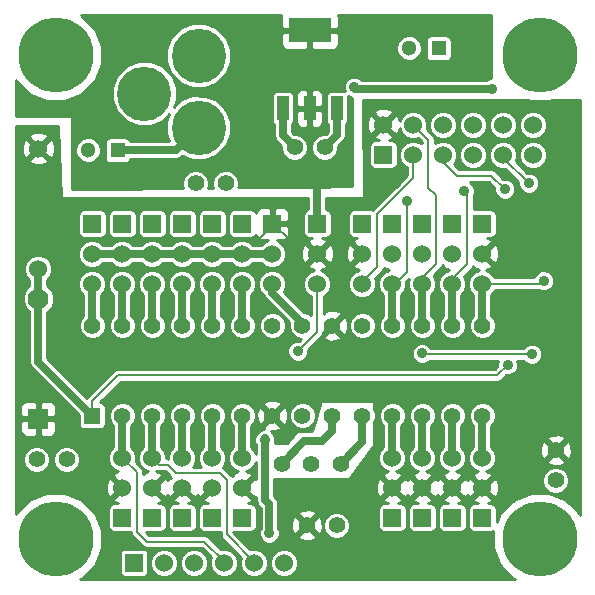
<source format=gtl>
G04 #@! TF.FileFunction,Copper,L1,Top,Signal*
%FSLAX46Y46*%
G04 Gerber Fmt 4.6, Leading zero omitted, Abs format (unit mm)*
G04 Created by KiCad (PCBNEW (after 2015-mar-04 BZR unknown)-product) date 10/20/2015 10:11:34 AM*
%MOMM*%
G01*
G04 APERTURE LIST*
%ADD10C,0.150000*%
%ADD11R,3.657600X2.032000*%
%ADD12R,1.016000X2.032000*%
%ADD13C,1.397000*%
%ADD14R,1.397000X1.397000*%
%ADD15R,1.524000X1.524000*%
%ADD16C,1.524000*%
%ADD17C,1.778000*%
%ADD18R,1.778000X1.778000*%
%ADD19C,6.350000*%
%ADD20R,1.300000X1.300000*%
%ADD21C,1.300000*%
%ADD22C,4.600000*%
%ADD23C,0.889000*%
%ADD24C,0.203200*%
%ADD25C,0.635000*%
%ADD26C,0.254000*%
G04 APERTURE END LIST*
D10*
D11*
X115518000Y-51910000D03*
D12*
X115518000Y-58514000D03*
X117804000Y-58514000D03*
X113232000Y-58514000D03*
D13*
X116788000Y-61816000D03*
X114248000Y-61816000D03*
X94944000Y-88232000D03*
X92404000Y-88232000D03*
X108406000Y-64864000D03*
X105866000Y-64864000D03*
X99652000Y-84544000D03*
X102192000Y-84544000D03*
X104732000Y-84544000D03*
X107272000Y-84544000D03*
X109812000Y-84544000D03*
X112352000Y-84544000D03*
X114892000Y-84544000D03*
X117432000Y-84544000D03*
X119972000Y-84544000D03*
X122512000Y-84544000D03*
X125052000Y-84544000D03*
X127592000Y-84544000D03*
X130132000Y-84544000D03*
D14*
X97112000Y-84544000D03*
D13*
X130132000Y-76924000D03*
X127592000Y-76924000D03*
X125052000Y-76924000D03*
X122512000Y-76924000D03*
X119972000Y-76924000D03*
X117432000Y-76924000D03*
X114892000Y-76924000D03*
X112352000Y-76924000D03*
X109812000Y-76924000D03*
X107272000Y-76924000D03*
X104732000Y-76924000D03*
X102192000Y-76924000D03*
X99652000Y-76924000D03*
X97112000Y-76924000D03*
D15*
X100650000Y-97000000D03*
D16*
X103190000Y-97000000D03*
X105730000Y-97000000D03*
X108270000Y-97000000D03*
X110810000Y-97000000D03*
X113350000Y-97000000D03*
D15*
X109812000Y-93180000D03*
D16*
X109812000Y-90640000D03*
X109812000Y-88100000D03*
D15*
X119972000Y-68288000D03*
D16*
X119972000Y-70828000D03*
X119972000Y-73368000D03*
D15*
X122512000Y-68288000D03*
D16*
X122512000Y-70828000D03*
X122512000Y-73368000D03*
D15*
X125052000Y-68288000D03*
D16*
X125052000Y-70828000D03*
X125052000Y-73368000D03*
D15*
X127592000Y-68288000D03*
D16*
X127592000Y-70828000D03*
X127592000Y-73368000D03*
D15*
X130132000Y-68288000D03*
D16*
X130132000Y-70828000D03*
X130132000Y-73368000D03*
D15*
X130132000Y-93180000D03*
D16*
X130132000Y-90640000D03*
X130132000Y-88100000D03*
D15*
X127592000Y-93180000D03*
D16*
X127592000Y-90640000D03*
X127592000Y-88100000D03*
D15*
X125052000Y-93180000D03*
D16*
X125052000Y-90640000D03*
X125052000Y-88100000D03*
D15*
X122512000Y-93180000D03*
D16*
X122512000Y-90640000D03*
X122512000Y-88100000D03*
D15*
X109812000Y-68288000D03*
D16*
X109812000Y-70828000D03*
X109812000Y-73368000D03*
D15*
X107272000Y-93180000D03*
D16*
X107272000Y-90640000D03*
X107272000Y-88100000D03*
D15*
X104732000Y-93180000D03*
D16*
X104732000Y-90640000D03*
X104732000Y-88100000D03*
D15*
X102192000Y-93180000D03*
D16*
X102192000Y-90640000D03*
X102192000Y-88100000D03*
D15*
X99652000Y-93180000D03*
D16*
X99652000Y-90640000D03*
X99652000Y-88100000D03*
D15*
X97112000Y-68288000D03*
D16*
X97112000Y-70828000D03*
X97112000Y-73368000D03*
D15*
X99652000Y-68288000D03*
D16*
X99652000Y-70828000D03*
X99652000Y-73368000D03*
D15*
X102192000Y-68288000D03*
D16*
X102192000Y-70828000D03*
X102192000Y-73368000D03*
D15*
X104732000Y-68288000D03*
D16*
X104732000Y-70828000D03*
X104732000Y-73368000D03*
D15*
X107272000Y-68288000D03*
D16*
X107272000Y-70828000D03*
X107272000Y-73368000D03*
D17*
X92540000Y-74638000D03*
D18*
X92540000Y-84798000D03*
D16*
X92540000Y-61938000D03*
X92540000Y-72098000D03*
D15*
X112352000Y-68288000D03*
D16*
X112352000Y-70828000D03*
X112352000Y-73368000D03*
D15*
X116162000Y-68288000D03*
D16*
X116162000Y-70828000D03*
X116162000Y-73368000D03*
D13*
X118153360Y-88608000D03*
X113154640Y-88608000D03*
X115654000Y-88608000D03*
D15*
X121750000Y-62446000D03*
D16*
X121750000Y-59906000D03*
X124290000Y-62446000D03*
X124290000Y-59906000D03*
X126830000Y-62446000D03*
X126830000Y-59906000D03*
X129370000Y-62446000D03*
X129370000Y-59906000D03*
X131910000Y-62446000D03*
X131910000Y-59906000D03*
X134450000Y-62446000D03*
X134450000Y-59906000D03*
D13*
X115264000Y-93820000D03*
X117804000Y-93820000D03*
X136346000Y-87470000D03*
X136346000Y-90010000D03*
D19*
X94000000Y-54000000D03*
X135000000Y-54000000D03*
X135000000Y-95000000D03*
X94000000Y-95000000D03*
D20*
X99262000Y-62070000D03*
D21*
X96762000Y-62070000D03*
D20*
X126440000Y-53434000D03*
D21*
X123940000Y-53434000D03*
D22*
X106120000Y-54069000D03*
X106120000Y-60169000D03*
X101520000Y-57269000D03*
D23*
X128599000Y-65499000D03*
X123782000Y-66383000D03*
X134060000Y-64864000D03*
X134314000Y-79342000D03*
X125043000Y-79278500D03*
X135339000Y-73114000D03*
X132028000Y-65372000D03*
X132282000Y-80231000D03*
X119264500Y-56736000D03*
X130948500Y-56863000D03*
X111708000Y-86581000D03*
X112100000Y-94500000D03*
X114502000Y-79088000D03*
D24*
X112352000Y-68474500D02*
X111200000Y-69626500D01*
X112352000Y-68288000D02*
X112352000Y-68474500D01*
X112401500Y-68288000D02*
X113740000Y-69626500D01*
X112352000Y-68288000D02*
X112401500Y-68288000D01*
D25*
X109812000Y-76924000D02*
X109812000Y-73368000D01*
X107272000Y-76924000D02*
X107272000Y-73368000D01*
X104732000Y-76924000D02*
X104732000Y-73368000D01*
X102192000Y-76924000D02*
X102192000Y-73368000D01*
X99652000Y-76924000D02*
X99652000Y-73368000D01*
X97112000Y-76924000D02*
X97112000Y-73368000D01*
X114892000Y-76684000D02*
X112352000Y-74144000D01*
X112352000Y-74144000D02*
X112352000Y-73368000D01*
X114892000Y-76924000D02*
X114892000Y-76684000D01*
D24*
X108270000Y-96870000D02*
X106600000Y-95200000D01*
X106600000Y-95200000D02*
X101700000Y-95200000D01*
X101700000Y-95200000D02*
X100900000Y-94400000D01*
X100900000Y-94400000D02*
X100900000Y-89348000D01*
X100900000Y-89348000D02*
X99652000Y-88100000D01*
X108270000Y-97000000D02*
X108270000Y-96870000D01*
D25*
X99652000Y-88100000D02*
X99652000Y-84544000D01*
D24*
X110810000Y-96910000D02*
X108500000Y-94600000D01*
X108500000Y-94600000D02*
X108500000Y-90000000D01*
X108500000Y-90000000D02*
X107900000Y-89400000D01*
X107900000Y-89400000D02*
X104200000Y-89400000D01*
X104200000Y-89400000D02*
X103500000Y-88700000D01*
X103500000Y-88700000D02*
X102792000Y-88700000D01*
X102792000Y-88700000D02*
X102192000Y-88100000D01*
X110810000Y-97000000D02*
X110810000Y-96910000D01*
D25*
X102192000Y-88100000D02*
X102192000Y-84544000D01*
X127592000Y-73368000D02*
X127592000Y-76924000D01*
D24*
X127592000Y-72983000D02*
X128853000Y-71722000D01*
X128853000Y-71722000D02*
X128853000Y-65753000D01*
X128853000Y-65753000D02*
X128599000Y-65499000D01*
X127592000Y-73368000D02*
X127592000Y-72983000D01*
X125560000Y-62832000D02*
X125560000Y-61176000D01*
X125560000Y-61176000D02*
X124290000Y-59906000D01*
X125052000Y-72860000D02*
X126195000Y-71717000D01*
X126195000Y-71717000D02*
X126195000Y-65889000D01*
X125052000Y-73368000D02*
X125052000Y-72860000D01*
D25*
X125052000Y-73368000D02*
X125052000Y-76924000D01*
D24*
X125560000Y-65254000D02*
X126195000Y-65889000D01*
X125560000Y-62832000D02*
X125560000Y-65254000D01*
X122766000Y-73368000D02*
X123782000Y-72352000D01*
X123782000Y-72352000D02*
X123782000Y-66383000D01*
X122512000Y-73368000D02*
X122766000Y-73368000D01*
D25*
X122512000Y-73368000D02*
X122512000Y-76924000D01*
D24*
X121242000Y-71971000D02*
X121242000Y-68547000D01*
X119972000Y-73241000D02*
X121242000Y-71971000D01*
X119972000Y-73368000D02*
X119972000Y-73241000D01*
X121242000Y-67458500D02*
X124290000Y-64410500D01*
X124290000Y-64410500D02*
X124290000Y-62446000D01*
X121242000Y-68547000D02*
X121242000Y-67458500D01*
D25*
X104732000Y-88100000D02*
X104732000Y-84544000D01*
X107272000Y-88100000D02*
X107272000Y-84544000D01*
X109812000Y-88100000D02*
X109812000Y-84544000D01*
X122512000Y-84544000D02*
X122512000Y-88100000D01*
X125052000Y-84544000D02*
X125052000Y-88100000D01*
D24*
X131910000Y-62714000D02*
X131910000Y-62446000D01*
X134060000Y-64864000D02*
X131910000Y-62714000D01*
X125043000Y-79278500D02*
X125106500Y-79342000D01*
X125106500Y-79342000D02*
X134314000Y-79342000D01*
D25*
X127592000Y-84544000D02*
X127592000Y-88100000D01*
X130132000Y-84544000D02*
X130132000Y-88100000D01*
D24*
X135085000Y-73368000D02*
X135339000Y-73114000D01*
X130132000Y-73368000D02*
X135085000Y-73368000D01*
D25*
X130132000Y-73368000D02*
X130132000Y-76924000D01*
X117432000Y-85810000D02*
X116534000Y-86708000D01*
X116534000Y-86708000D02*
X115054640Y-86708000D01*
X115054640Y-86708000D02*
X113154640Y-88608000D01*
X117432000Y-84544000D02*
X117432000Y-85810000D01*
X119972000Y-86789360D02*
X118153360Y-88608000D01*
X119972000Y-84544000D02*
X119972000Y-86789360D01*
X92540000Y-74638000D02*
X92540000Y-72098000D01*
X92540000Y-79972000D02*
X97112000Y-84544000D01*
X92540000Y-74638000D02*
X92540000Y-79972000D01*
D24*
X113300000Y-81120000D02*
X131393000Y-81120000D01*
X131393000Y-81120000D02*
X132282000Y-80231000D01*
X126830000Y-63095000D02*
X127964000Y-64229000D01*
X127964000Y-64229000D02*
X130885000Y-64229000D01*
X130885000Y-64229000D02*
X132028000Y-65372000D01*
X126830000Y-62446000D02*
X126830000Y-63095000D01*
X99280000Y-81120000D02*
X97112000Y-83288000D01*
X97112000Y-83288000D02*
X97112000Y-84544000D01*
X113300000Y-81120000D02*
X99280000Y-81120000D01*
D25*
X99262000Y-62070000D02*
X104215000Y-62070000D01*
X104215000Y-62070000D02*
X106120000Y-60165000D01*
X117804000Y-58514000D02*
X117804000Y-60800000D01*
X117804000Y-60800000D02*
X116788000Y-61816000D01*
X119264500Y-56736000D02*
X119391500Y-56863000D01*
X119391500Y-56863000D02*
X130948500Y-56863000D01*
X116162000Y-64746000D02*
X116153000Y-64737000D01*
X116162000Y-68288000D02*
X116162000Y-64746000D01*
X113232000Y-58514000D02*
X113232000Y-60800000D01*
X113232000Y-60800000D02*
X114248000Y-61816000D01*
D24*
X114502000Y-79088000D02*
X114506000Y-79088000D01*
X116162000Y-77432000D02*
X116162000Y-73368000D01*
X114506000Y-79088000D02*
X116162000Y-77432000D01*
X111708000Y-86581000D02*
X111708000Y-86454000D01*
D25*
X112100000Y-94500000D02*
X112100000Y-92053000D01*
X112100000Y-92053000D02*
X111708000Y-91661000D01*
X111708000Y-91661000D02*
X111708000Y-86454000D01*
D24*
X116592500Y-73368000D02*
X116162000Y-73368000D01*
D25*
X109812000Y-70828000D02*
X112352000Y-70828000D01*
X107272000Y-70828000D02*
X109812000Y-70828000D01*
X104732000Y-70828000D02*
X107272000Y-70828000D01*
X102192000Y-70828000D02*
X104732000Y-70828000D01*
X99652000Y-70828000D02*
X102192000Y-70828000D01*
X97112000Y-70828000D02*
X99652000Y-70828000D01*
D26*
G36*
X122705747Y-70842142D02*
X122526142Y-71021747D01*
X122512000Y-71007605D01*
X122497857Y-71021747D01*
X122318252Y-70842142D01*
X122332395Y-70828000D01*
X122318252Y-70813857D01*
X122497857Y-70634252D01*
X122512000Y-70648395D01*
X122526142Y-70634252D01*
X122705747Y-70813857D01*
X122691605Y-70828000D01*
X122705747Y-70842142D01*
X122705747Y-70842142D01*
G37*
X122705747Y-70842142D02*
X122526142Y-71021747D01*
X122512000Y-71007605D01*
X122497857Y-71021747D01*
X122318252Y-70842142D01*
X122332395Y-70828000D01*
X122318252Y-70813857D01*
X122497857Y-70634252D01*
X122512000Y-70648395D01*
X122526142Y-70634252D01*
X122705747Y-70813857D01*
X122691605Y-70828000D01*
X122705747Y-70842142D01*
G36*
X125245747Y-70842142D02*
X125066142Y-71021747D01*
X125052000Y-71007605D01*
X125037857Y-71021747D01*
X124858252Y-70842142D01*
X124872395Y-70828000D01*
X124858252Y-70813857D01*
X125037857Y-70634252D01*
X125052000Y-70648395D01*
X125066142Y-70634252D01*
X125245747Y-70813857D01*
X125231605Y-70828000D01*
X125245747Y-70842142D01*
X125245747Y-70842142D01*
G37*
X125245747Y-70842142D02*
X125066142Y-71021747D01*
X125052000Y-71007605D01*
X125037857Y-71021747D01*
X124858252Y-70842142D01*
X124872395Y-70828000D01*
X124858252Y-70813857D01*
X125037857Y-70634252D01*
X125052000Y-70648395D01*
X125066142Y-70634252D01*
X125245747Y-70813857D01*
X125231605Y-70828000D01*
X125245747Y-70842142D01*
G36*
X127785747Y-70842142D02*
X127606142Y-71021747D01*
X127592000Y-71007605D01*
X127577857Y-71021747D01*
X127398252Y-70842142D01*
X127412395Y-70828000D01*
X127398252Y-70813857D01*
X127577857Y-70634252D01*
X127592000Y-70648395D01*
X127606142Y-70634252D01*
X127785747Y-70813857D01*
X127771605Y-70828000D01*
X127785747Y-70842142D01*
X127785747Y-70842142D01*
G37*
X127785747Y-70842142D02*
X127606142Y-71021747D01*
X127592000Y-71007605D01*
X127577857Y-71021747D01*
X127398252Y-70842142D01*
X127412395Y-70828000D01*
X127398252Y-70813857D01*
X127577857Y-70634252D01*
X127592000Y-70648395D01*
X127606142Y-70634252D01*
X127785747Y-70813857D01*
X127771605Y-70828000D01*
X127785747Y-70842142D01*
G36*
X138399700Y-92918302D02*
X138339572Y-92772782D01*
X137691927Y-92124005D01*
X137691927Y-87662520D01*
X137663148Y-87132801D01*
X137515800Y-86777071D01*
X137280188Y-86715417D01*
X137100583Y-86895022D01*
X137100583Y-86535812D01*
X137038929Y-86300200D01*
X136538520Y-86124073D01*
X136215452Y-86141624D01*
X136215452Y-72940458D01*
X136082324Y-72618264D01*
X135836032Y-72371542D01*
X135644007Y-72291805D01*
X135644007Y-62209580D01*
X135644007Y-59669580D01*
X135462645Y-59230650D01*
X135127116Y-58894536D01*
X134688503Y-58712408D01*
X134213580Y-58711993D01*
X133774650Y-58893355D01*
X133438536Y-59228884D01*
X133256408Y-59667497D01*
X133255993Y-60142420D01*
X133437355Y-60581350D01*
X133772884Y-60917464D01*
X134211497Y-61099592D01*
X134686420Y-61100007D01*
X135125350Y-60918645D01*
X135461464Y-60583116D01*
X135643592Y-60144503D01*
X135644007Y-59669580D01*
X135644007Y-62209580D01*
X135462645Y-61770650D01*
X135127116Y-61434536D01*
X134688503Y-61252408D01*
X134213580Y-61251993D01*
X133774650Y-61433355D01*
X133438536Y-61768884D01*
X133256408Y-62207497D01*
X133255993Y-62682420D01*
X133437355Y-63121350D01*
X133772884Y-63457464D01*
X134211497Y-63639592D01*
X134686420Y-63640007D01*
X135125350Y-63458645D01*
X135461464Y-63123116D01*
X135643592Y-62684503D01*
X135644007Y-62209580D01*
X135644007Y-72291805D01*
X135514072Y-72237852D01*
X135165458Y-72237548D01*
X134936452Y-72332171D01*
X134936452Y-64690458D01*
X134803324Y-64368264D01*
X134557032Y-64121542D01*
X134235072Y-63987852D01*
X133937934Y-63987592D01*
X132966059Y-63015717D01*
X133103592Y-62684503D01*
X133104007Y-62209580D01*
X133104007Y-59669580D01*
X132922645Y-59230650D01*
X132587116Y-58894536D01*
X132148503Y-58712408D01*
X131673580Y-58711993D01*
X131234650Y-58893355D01*
X130898536Y-59228884D01*
X130716408Y-59667497D01*
X130715993Y-60142420D01*
X130897355Y-60581350D01*
X131232884Y-60917464D01*
X131671497Y-61099592D01*
X132146420Y-61100007D01*
X132585350Y-60918645D01*
X132921464Y-60583116D01*
X133103592Y-60144503D01*
X133104007Y-59669580D01*
X133104007Y-62209580D01*
X132922645Y-61770650D01*
X132587116Y-61434536D01*
X132148503Y-61252408D01*
X131673580Y-61251993D01*
X131234650Y-61433355D01*
X130898536Y-61768884D01*
X130716408Y-62207497D01*
X130715993Y-62682420D01*
X130897355Y-63121350D01*
X131232884Y-63457464D01*
X131671497Y-63639592D01*
X132081608Y-63639950D01*
X133183805Y-64742147D01*
X133183548Y-65037542D01*
X133316676Y-65359736D01*
X133562968Y-65606458D01*
X133884928Y-65740148D01*
X134233542Y-65740452D01*
X134555736Y-65607324D01*
X134802458Y-65361032D01*
X134936148Y-65039072D01*
X134936452Y-64690458D01*
X134936452Y-72332171D01*
X134843264Y-72370676D01*
X134596542Y-72616968D01*
X134506172Y-72834600D01*
X131541144Y-72834600D01*
X131541144Y-71035698D01*
X131513362Y-70480632D01*
X131354397Y-70096857D01*
X131112213Y-70027392D01*
X130311605Y-70828000D01*
X131112213Y-71628608D01*
X131354397Y-71559143D01*
X131541144Y-71035698D01*
X131541144Y-72834600D01*
X131203297Y-72834600D01*
X131144645Y-72692650D01*
X130809116Y-72356536D01*
X130457337Y-72210464D01*
X130479368Y-72209362D01*
X130863143Y-72050397D01*
X130932608Y-71808213D01*
X130132000Y-71007605D01*
X130117857Y-71021747D01*
X129938252Y-70842142D01*
X129952395Y-70828000D01*
X129938252Y-70813857D01*
X130117857Y-70634252D01*
X130132000Y-70648395D01*
X130932608Y-69847787D01*
X130863143Y-69605603D01*
X130539837Y-69490259D01*
X130894000Y-69490259D01*
X131058644Y-69458315D01*
X131203351Y-69363258D01*
X131300216Y-69219755D01*
X131334259Y-69050000D01*
X131334259Y-67526000D01*
X131302315Y-67361356D01*
X131207258Y-67216649D01*
X131063755Y-67119784D01*
X130894000Y-67085741D01*
X129386400Y-67085741D01*
X129386400Y-65887800D01*
X129475148Y-65674072D01*
X129475452Y-65325458D01*
X129342324Y-65003264D01*
X129101879Y-64762400D01*
X130664058Y-64762400D01*
X131151805Y-65250147D01*
X131151548Y-65545542D01*
X131284676Y-65867736D01*
X131530968Y-66114458D01*
X131852928Y-66248148D01*
X132201542Y-66248452D01*
X132523736Y-66115324D01*
X132770458Y-65869032D01*
X132904148Y-65547072D01*
X132904452Y-65198458D01*
X132771324Y-64876264D01*
X132525032Y-64629542D01*
X132203072Y-64495852D01*
X131905934Y-64495592D01*
X131262171Y-63851829D01*
X131089123Y-63736203D01*
X130885000Y-63695600D01*
X130564007Y-63695600D01*
X130564007Y-62209580D01*
X130564007Y-59669580D01*
X130382645Y-59230650D01*
X130047116Y-58894536D01*
X129608503Y-58712408D01*
X129133580Y-58711993D01*
X128694650Y-58893355D01*
X128358536Y-59228884D01*
X128176408Y-59667497D01*
X128175993Y-60142420D01*
X128357355Y-60581350D01*
X128692884Y-60917464D01*
X129131497Y-61099592D01*
X129606420Y-61100007D01*
X130045350Y-60918645D01*
X130381464Y-60583116D01*
X130563592Y-60144503D01*
X130564007Y-59669580D01*
X130564007Y-62209580D01*
X130382645Y-61770650D01*
X130047116Y-61434536D01*
X129608503Y-61252408D01*
X129133580Y-61251993D01*
X128694650Y-61433355D01*
X128358536Y-61768884D01*
X128176408Y-62207497D01*
X128175993Y-62682420D01*
X128357355Y-63121350D01*
X128692884Y-63457464D01*
X129131497Y-63639592D01*
X129606420Y-63640007D01*
X130045350Y-63458645D01*
X130381464Y-63123116D01*
X130563592Y-62684503D01*
X130564007Y-62209580D01*
X130564007Y-63695600D01*
X128184942Y-63695600D01*
X127726861Y-63237519D01*
X127841464Y-63123116D01*
X128023592Y-62684503D01*
X128024007Y-62209580D01*
X128024007Y-59669580D01*
X127842645Y-59230650D01*
X127507116Y-58894536D01*
X127068503Y-58712408D01*
X126593580Y-58711993D01*
X126154650Y-58893355D01*
X125818536Y-59228884D01*
X125636408Y-59667497D01*
X125635993Y-60142420D01*
X125817355Y-60581350D01*
X126152884Y-60917464D01*
X126591497Y-61099592D01*
X127066420Y-61100007D01*
X127505350Y-60918645D01*
X127841464Y-60583116D01*
X128023592Y-60144503D01*
X128024007Y-59669580D01*
X128024007Y-62209580D01*
X127842645Y-61770650D01*
X127507116Y-61434536D01*
X127068503Y-61252408D01*
X126593580Y-61251993D01*
X126154650Y-61433355D01*
X126093400Y-61494498D01*
X126093400Y-61176000D01*
X126052797Y-60971877D01*
X126052797Y-60971876D01*
X125937171Y-60798829D01*
X125424691Y-60286349D01*
X125483592Y-60144503D01*
X125484007Y-59669580D01*
X125302645Y-59230650D01*
X124967116Y-58894536D01*
X124528503Y-58712408D01*
X124053580Y-58711993D01*
X123614650Y-58893355D01*
X123278536Y-59228884D01*
X123132464Y-59580662D01*
X123131362Y-59558632D01*
X122972397Y-59174857D01*
X122730213Y-59105392D01*
X122550608Y-59284997D01*
X122550608Y-58925787D01*
X122481143Y-58683603D01*
X121957698Y-58496856D01*
X121402632Y-58524638D01*
X121018857Y-58683603D01*
X120949392Y-58925787D01*
X121750000Y-59726395D01*
X122550608Y-58925787D01*
X122550608Y-59284997D01*
X121929605Y-59906000D01*
X122730213Y-60706608D01*
X122972397Y-60637143D01*
X123124383Y-60211130D01*
X123277355Y-60581350D01*
X123612884Y-60917464D01*
X124051497Y-61099592D01*
X124526420Y-61100007D01*
X124670239Y-61040581D01*
X125026600Y-61396942D01*
X125026600Y-61494123D01*
X124967116Y-61434536D01*
X124528503Y-61252408D01*
X124053580Y-61251993D01*
X123614650Y-61433355D01*
X123278536Y-61768884D01*
X123096408Y-62207497D01*
X123095993Y-62682420D01*
X123277355Y-63121350D01*
X123612884Y-63457464D01*
X123756600Y-63517140D01*
X123756600Y-64189558D01*
X122952259Y-64993899D01*
X122952259Y-63208000D01*
X122952259Y-61684000D01*
X122920315Y-61519356D01*
X122825258Y-61374649D01*
X122681755Y-61277784D01*
X122512000Y-61243741D01*
X122202678Y-61243741D01*
X122481143Y-61128397D01*
X122550608Y-60886213D01*
X121750000Y-60085605D01*
X121570395Y-60265210D01*
X121570395Y-59906000D01*
X120769787Y-59105392D01*
X120527603Y-59174857D01*
X120340856Y-59698302D01*
X120368638Y-60253368D01*
X120527603Y-60637143D01*
X120769787Y-60706608D01*
X121570395Y-59906000D01*
X121570395Y-60265210D01*
X120949392Y-60886213D01*
X121018857Y-61128397D01*
X121342162Y-61243741D01*
X120988000Y-61243741D01*
X120823356Y-61275685D01*
X120678649Y-61370742D01*
X120581784Y-61514245D01*
X120547741Y-61684000D01*
X120547741Y-63208000D01*
X120579685Y-63372644D01*
X120674742Y-63517351D01*
X120818245Y-63614216D01*
X120988000Y-63648259D01*
X122512000Y-63648259D01*
X122676644Y-63616315D01*
X122821351Y-63521258D01*
X122918216Y-63377755D01*
X122952259Y-63208000D01*
X122952259Y-64993899D01*
X120864829Y-67081329D01*
X120846770Y-67108356D01*
X120734000Y-67085741D01*
X119210000Y-67085741D01*
X119045356Y-67117685D01*
X118900649Y-67212742D01*
X118803784Y-67356245D01*
X118769741Y-67526000D01*
X118769741Y-69050000D01*
X118801685Y-69214644D01*
X118896742Y-69359351D01*
X119040245Y-69456216D01*
X119210000Y-69490259D01*
X119519321Y-69490259D01*
X119240857Y-69605603D01*
X119171392Y-69847787D01*
X119972000Y-70648395D01*
X119986142Y-70634252D01*
X120165747Y-70813857D01*
X120151605Y-70828000D01*
X120165747Y-70842142D01*
X119986142Y-71021747D01*
X119972000Y-71007605D01*
X119792395Y-71187210D01*
X119792395Y-70828000D01*
X118991787Y-70027392D01*
X118749603Y-70096857D01*
X118562856Y-70620302D01*
X118590638Y-71175368D01*
X118749603Y-71559143D01*
X118991787Y-71628608D01*
X119792395Y-70828000D01*
X119792395Y-71187210D01*
X119171392Y-71808213D01*
X119240857Y-72050397D01*
X119666869Y-72202383D01*
X119296650Y-72355355D01*
X118960536Y-72690884D01*
X118778408Y-73129497D01*
X118777993Y-73604420D01*
X118959355Y-74043350D01*
X119294884Y-74379464D01*
X119733497Y-74561592D01*
X120208420Y-74562007D01*
X120647350Y-74380645D01*
X120983464Y-74045116D01*
X121165592Y-73606503D01*
X121166007Y-73131580D01*
X121069449Y-72897892D01*
X121619171Y-72348171D01*
X121734797Y-72175124D01*
X121734797Y-72175123D01*
X121768308Y-72006649D01*
X121780857Y-72050397D01*
X122206869Y-72202383D01*
X121836650Y-72355355D01*
X121500536Y-72690884D01*
X121318408Y-73129497D01*
X121317993Y-73604420D01*
X121499355Y-74043350D01*
X121762700Y-74307154D01*
X121762700Y-76074900D01*
X121554337Y-76282900D01*
X121381897Y-76698183D01*
X121381504Y-77147844D01*
X121553219Y-77563427D01*
X121870900Y-77881663D01*
X122286183Y-78054103D01*
X122735844Y-78054496D01*
X123151427Y-77882781D01*
X123469663Y-77565100D01*
X123642103Y-77149817D01*
X123642496Y-76700156D01*
X123470781Y-76284573D01*
X123261300Y-76074726D01*
X123261300Y-74306823D01*
X123523464Y-74045116D01*
X123705592Y-73606503D01*
X123705962Y-73182379D01*
X123929106Y-72959235D01*
X123858408Y-73129497D01*
X123857993Y-73604420D01*
X124039355Y-74043350D01*
X124302700Y-74307154D01*
X124302700Y-76074900D01*
X124094337Y-76282900D01*
X123921897Y-76698183D01*
X123921504Y-77147844D01*
X124093219Y-77563427D01*
X124410900Y-77881663D01*
X124826183Y-78054103D01*
X125275844Y-78054496D01*
X125691427Y-77882781D01*
X126009663Y-77565100D01*
X126182103Y-77149817D01*
X126182496Y-76700156D01*
X126010781Y-76284573D01*
X125801300Y-76074726D01*
X125801300Y-74306823D01*
X126063464Y-74045116D01*
X126245592Y-73606503D01*
X126246007Y-73131580D01*
X126064645Y-72692650D01*
X126019208Y-72647133D01*
X126572171Y-72094171D01*
X126687797Y-71921123D01*
X126690109Y-71909498D01*
X126791392Y-71808215D01*
X126860857Y-72050397D01*
X127286869Y-72202383D01*
X126916650Y-72355355D01*
X126580536Y-72690884D01*
X126398408Y-73129497D01*
X126397993Y-73604420D01*
X126579355Y-74043350D01*
X126842700Y-74307154D01*
X126842700Y-76074900D01*
X126634337Y-76282900D01*
X126461897Y-76698183D01*
X126461504Y-77147844D01*
X126633219Y-77563427D01*
X126950900Y-77881663D01*
X127366183Y-78054103D01*
X127815844Y-78054496D01*
X128231427Y-77882781D01*
X128549663Y-77565100D01*
X128722103Y-77149817D01*
X128722496Y-76700156D01*
X128550781Y-76284573D01*
X128341300Y-76074726D01*
X128341300Y-74306823D01*
X128603464Y-74045116D01*
X128785592Y-73606503D01*
X128786007Y-73131580D01*
X128614014Y-72715327D01*
X129230171Y-72099171D01*
X129345797Y-71926124D01*
X129345797Y-71926123D01*
X129353747Y-71886153D01*
X129400857Y-72050397D01*
X129826869Y-72202383D01*
X129456650Y-72355355D01*
X129120536Y-72690884D01*
X128938408Y-73129497D01*
X128937993Y-73604420D01*
X129119355Y-74043350D01*
X129382700Y-74307154D01*
X129382700Y-76074900D01*
X129174337Y-76282900D01*
X129001897Y-76698183D01*
X129001504Y-77147844D01*
X129173219Y-77563427D01*
X129490900Y-77881663D01*
X129906183Y-78054103D01*
X130355844Y-78054496D01*
X130771427Y-77882781D01*
X131089663Y-77565100D01*
X131262103Y-77149817D01*
X131262496Y-76700156D01*
X131090781Y-76284573D01*
X130881300Y-76074726D01*
X130881300Y-74306823D01*
X131143464Y-74045116D01*
X131203140Y-73901400D01*
X134950199Y-73901400D01*
X135163928Y-73990148D01*
X135512542Y-73990452D01*
X135834736Y-73857324D01*
X136081458Y-73611032D01*
X136215148Y-73289072D01*
X136215452Y-72940458D01*
X136215452Y-86141624D01*
X136008801Y-86152852D01*
X135653071Y-86300200D01*
X135591417Y-86535812D01*
X136346000Y-87290395D01*
X137100583Y-86535812D01*
X137100583Y-86895022D01*
X136525605Y-87470000D01*
X137280188Y-88224583D01*
X137515800Y-88162929D01*
X137691927Y-87662520D01*
X137691927Y-92124005D01*
X137476496Y-91908198D01*
X137476496Y-89786156D01*
X137304781Y-89370573D01*
X137100583Y-89166018D01*
X137100583Y-88404188D01*
X136346000Y-87649605D01*
X136166395Y-87829210D01*
X136166395Y-87470000D01*
X135411812Y-86715417D01*
X135190452Y-86773341D01*
X135190452Y-79168458D01*
X135057324Y-78846264D01*
X134811032Y-78599542D01*
X134489072Y-78465852D01*
X134140458Y-78465548D01*
X133818264Y-78598676D01*
X133607973Y-78808600D01*
X125796999Y-78808600D01*
X125786324Y-78782764D01*
X125540032Y-78536042D01*
X125218072Y-78402352D01*
X124869458Y-78402048D01*
X124547264Y-78535176D01*
X124300542Y-78781468D01*
X124166852Y-79103428D01*
X124166548Y-79452042D01*
X124299676Y-79774236D01*
X124545968Y-80020958D01*
X124867928Y-80154648D01*
X125216542Y-80154952D01*
X125538736Y-80021824D01*
X125685415Y-79875400D01*
X131480814Y-79875400D01*
X131405852Y-80055928D01*
X131405592Y-80353065D01*
X131172057Y-80586600D01*
X121102496Y-80586600D01*
X121102496Y-76700156D01*
X120930781Y-76284573D01*
X120613100Y-75966337D01*
X120197817Y-75793897D01*
X119748156Y-75793504D01*
X119332573Y-75965219D01*
X119014337Y-76282900D01*
X118841897Y-76698183D01*
X118841504Y-77147844D01*
X119013219Y-77563427D01*
X119330900Y-77881663D01*
X119746183Y-78054103D01*
X120195844Y-78054496D01*
X120611427Y-77882781D01*
X120929663Y-77565100D01*
X121102103Y-77149817D01*
X121102496Y-76700156D01*
X121102496Y-80586600D01*
X118777927Y-80586600D01*
X118777927Y-77116520D01*
X118749148Y-76586801D01*
X118601800Y-76231071D01*
X118366188Y-76169417D01*
X118186583Y-76349022D01*
X118186583Y-75989812D01*
X118124929Y-75754200D01*
X117624520Y-75578073D01*
X117571144Y-75580972D01*
X117571144Y-71035698D01*
X117543362Y-70480632D01*
X117384397Y-70096857D01*
X117142213Y-70027392D01*
X116341605Y-70828000D01*
X117142213Y-71628608D01*
X117384397Y-71559143D01*
X117571144Y-71035698D01*
X117571144Y-75580972D01*
X117094801Y-75606852D01*
X116739071Y-75754200D01*
X116695400Y-75921089D01*
X116695400Y-74439297D01*
X116837350Y-74380645D01*
X117173464Y-74045116D01*
X117355592Y-73606503D01*
X117356007Y-73131580D01*
X117174645Y-72692650D01*
X116839116Y-72356536D01*
X116487337Y-72210464D01*
X116509368Y-72209362D01*
X116893143Y-72050397D01*
X116962608Y-71808213D01*
X116162000Y-71007605D01*
X115982395Y-71187210D01*
X115982395Y-70828000D01*
X115181787Y-70027392D01*
X114939603Y-70096857D01*
X114752856Y-70620302D01*
X114780638Y-71175368D01*
X114939603Y-71559143D01*
X115181787Y-71628608D01*
X115982395Y-70828000D01*
X115982395Y-71187210D01*
X115361392Y-71808213D01*
X115430857Y-72050397D01*
X115856869Y-72202383D01*
X115486650Y-72355355D01*
X115150536Y-72690884D01*
X114968408Y-73129497D01*
X114967993Y-73604420D01*
X115149355Y-74043350D01*
X115484884Y-74379464D01*
X115628600Y-74439140D01*
X115628600Y-76062003D01*
X115533100Y-75966337D01*
X115117817Y-75793897D01*
X115061517Y-75793847D01*
X113749000Y-74481330D01*
X113749000Y-69176309D01*
X113749000Y-68573750D01*
X113749000Y-68002250D01*
X113749000Y-67399691D01*
X113652327Y-67166302D01*
X113473699Y-66987673D01*
X113240310Y-66891000D01*
X112987691Y-66891000D01*
X112637750Y-66891000D01*
X112479000Y-67049750D01*
X112479000Y-68161000D01*
X113590250Y-68161000D01*
X113749000Y-68002250D01*
X113749000Y-68573750D01*
X113590250Y-68415000D01*
X112479000Y-68415000D01*
X112479000Y-68435000D01*
X112225000Y-68435000D01*
X112225000Y-68415000D01*
X112205000Y-68415000D01*
X112205000Y-68161000D01*
X112225000Y-68161000D01*
X112225000Y-67049750D01*
X112066250Y-66891000D01*
X111716309Y-66891000D01*
X111463690Y-66891000D01*
X111230301Y-66987673D01*
X111051673Y-67166302D01*
X110975301Y-67350679D01*
X110887258Y-67216649D01*
X110743755Y-67119784D01*
X110574000Y-67085741D01*
X109050000Y-67085741D01*
X108885356Y-67117685D01*
X108740649Y-67212742D01*
X108643784Y-67356245D01*
X108609741Y-67526000D01*
X108609741Y-69050000D01*
X108641685Y-69214644D01*
X108736742Y-69359351D01*
X108880245Y-69456216D01*
X109050000Y-69490259D01*
X110574000Y-69490259D01*
X110738644Y-69458315D01*
X110883351Y-69363258D01*
X110975741Y-69226383D01*
X111051673Y-69409698D01*
X111230301Y-69588327D01*
X111463690Y-69685000D01*
X111716309Y-69685000D01*
X111992133Y-69685000D01*
X111676650Y-69815355D01*
X111412845Y-70078700D01*
X110750823Y-70078700D01*
X110489116Y-69816536D01*
X110050503Y-69634408D01*
X109575580Y-69633993D01*
X109136650Y-69815355D01*
X108872845Y-70078700D01*
X108474259Y-70078700D01*
X108474259Y-69050000D01*
X108474259Y-67526000D01*
X108442315Y-67361356D01*
X108347258Y-67216649D01*
X108203755Y-67119784D01*
X108034000Y-67085741D01*
X106510000Y-67085741D01*
X106345356Y-67117685D01*
X106200649Y-67212742D01*
X106103784Y-67356245D01*
X106069741Y-67526000D01*
X106069741Y-69050000D01*
X106101685Y-69214644D01*
X106196742Y-69359351D01*
X106340245Y-69456216D01*
X106510000Y-69490259D01*
X108034000Y-69490259D01*
X108198644Y-69458315D01*
X108343351Y-69363258D01*
X108440216Y-69219755D01*
X108474259Y-69050000D01*
X108474259Y-70078700D01*
X108210823Y-70078700D01*
X107949116Y-69816536D01*
X107510503Y-69634408D01*
X107035580Y-69633993D01*
X106596650Y-69815355D01*
X106332845Y-70078700D01*
X105934259Y-70078700D01*
X105934259Y-69050000D01*
X105934259Y-67526000D01*
X105902315Y-67361356D01*
X105807258Y-67216649D01*
X105663755Y-67119784D01*
X105494000Y-67085741D01*
X103970000Y-67085741D01*
X103805356Y-67117685D01*
X103660649Y-67212742D01*
X103563784Y-67356245D01*
X103529741Y-67526000D01*
X103529741Y-69050000D01*
X103561685Y-69214644D01*
X103656742Y-69359351D01*
X103800245Y-69456216D01*
X103970000Y-69490259D01*
X105494000Y-69490259D01*
X105658644Y-69458315D01*
X105803351Y-69363258D01*
X105900216Y-69219755D01*
X105934259Y-69050000D01*
X105934259Y-70078700D01*
X105670823Y-70078700D01*
X105409116Y-69816536D01*
X104970503Y-69634408D01*
X104495580Y-69633993D01*
X104056650Y-69815355D01*
X103792845Y-70078700D01*
X103394259Y-70078700D01*
X103394259Y-69050000D01*
X103394259Y-67526000D01*
X103362315Y-67361356D01*
X103267258Y-67216649D01*
X103123755Y-67119784D01*
X102954000Y-67085741D01*
X101430000Y-67085741D01*
X101265356Y-67117685D01*
X101120649Y-67212742D01*
X101023784Y-67356245D01*
X100989741Y-67526000D01*
X100989741Y-69050000D01*
X101021685Y-69214644D01*
X101116742Y-69359351D01*
X101260245Y-69456216D01*
X101430000Y-69490259D01*
X102954000Y-69490259D01*
X103118644Y-69458315D01*
X103263351Y-69363258D01*
X103360216Y-69219755D01*
X103394259Y-69050000D01*
X103394259Y-70078700D01*
X103130823Y-70078700D01*
X102869116Y-69816536D01*
X102430503Y-69634408D01*
X101955580Y-69633993D01*
X101516650Y-69815355D01*
X101252845Y-70078700D01*
X100854259Y-70078700D01*
X100854259Y-69050000D01*
X100854259Y-67526000D01*
X100822315Y-67361356D01*
X100727258Y-67216649D01*
X100583755Y-67119784D01*
X100414000Y-67085741D01*
X98890000Y-67085741D01*
X98725356Y-67117685D01*
X98580649Y-67212742D01*
X98483784Y-67356245D01*
X98449741Y-67526000D01*
X98449741Y-69050000D01*
X98481685Y-69214644D01*
X98576742Y-69359351D01*
X98720245Y-69456216D01*
X98890000Y-69490259D01*
X100414000Y-69490259D01*
X100578644Y-69458315D01*
X100723351Y-69363258D01*
X100820216Y-69219755D01*
X100854259Y-69050000D01*
X100854259Y-70078700D01*
X100590823Y-70078700D01*
X100329116Y-69816536D01*
X99890503Y-69634408D01*
X99415580Y-69633993D01*
X98976650Y-69815355D01*
X98712845Y-70078700D01*
X98314259Y-70078700D01*
X98314259Y-69050000D01*
X98314259Y-67526000D01*
X98282315Y-67361356D01*
X98187258Y-67216649D01*
X98043755Y-67119784D01*
X97874000Y-67085741D01*
X96350000Y-67085741D01*
X96185356Y-67117685D01*
X96040649Y-67212742D01*
X95943784Y-67356245D01*
X95909741Y-67526000D01*
X95909741Y-69050000D01*
X95941685Y-69214644D01*
X96036742Y-69359351D01*
X96180245Y-69456216D01*
X96350000Y-69490259D01*
X97874000Y-69490259D01*
X98038644Y-69458315D01*
X98183351Y-69363258D01*
X98280216Y-69219755D01*
X98314259Y-69050000D01*
X98314259Y-70078700D01*
X98050823Y-70078700D01*
X97789116Y-69816536D01*
X97350503Y-69634408D01*
X96875580Y-69633993D01*
X96436650Y-69815355D01*
X96100536Y-70150884D01*
X95918408Y-70589497D01*
X95917993Y-71064420D01*
X96099355Y-71503350D01*
X96434884Y-71839464D01*
X96873497Y-72021592D01*
X97348420Y-72022007D01*
X97787350Y-71840645D01*
X98051154Y-71577300D01*
X98713176Y-71577300D01*
X98974884Y-71839464D01*
X99413497Y-72021592D01*
X99888420Y-72022007D01*
X100327350Y-71840645D01*
X100591154Y-71577300D01*
X101253176Y-71577300D01*
X101514884Y-71839464D01*
X101953497Y-72021592D01*
X102428420Y-72022007D01*
X102867350Y-71840645D01*
X103131154Y-71577300D01*
X103793176Y-71577300D01*
X104054884Y-71839464D01*
X104493497Y-72021592D01*
X104968420Y-72022007D01*
X105407350Y-71840645D01*
X105671154Y-71577300D01*
X106333176Y-71577300D01*
X106594884Y-71839464D01*
X107033497Y-72021592D01*
X107508420Y-72022007D01*
X107947350Y-71840645D01*
X108211154Y-71577300D01*
X108873176Y-71577300D01*
X109134884Y-71839464D01*
X109573497Y-72021592D01*
X110048420Y-72022007D01*
X110487350Y-71840645D01*
X110751154Y-71577300D01*
X111413176Y-71577300D01*
X111674884Y-71839464D01*
X112113497Y-72021592D01*
X112588420Y-72022007D01*
X113027350Y-71840645D01*
X113363464Y-71505116D01*
X113545592Y-71066503D01*
X113546007Y-70591580D01*
X113364645Y-70152650D01*
X113029116Y-69816536D01*
X112712342Y-69685000D01*
X112987691Y-69685000D01*
X113240310Y-69685000D01*
X113473699Y-69588327D01*
X113652327Y-69409698D01*
X113749000Y-69176309D01*
X113749000Y-74481330D01*
X113338102Y-74070432D01*
X113363464Y-74045116D01*
X113545592Y-73606503D01*
X113546007Y-73131580D01*
X113364645Y-72692650D01*
X113029116Y-72356536D01*
X112590503Y-72174408D01*
X112115580Y-72173993D01*
X111676650Y-72355355D01*
X111340536Y-72690884D01*
X111158408Y-73129497D01*
X111157993Y-73604420D01*
X111339355Y-74043350D01*
X111643229Y-74347753D01*
X111659737Y-74430745D01*
X111822165Y-74673835D01*
X113786723Y-76638393D01*
X113761897Y-76698183D01*
X113761504Y-77147844D01*
X113933219Y-77563427D01*
X114250900Y-77881663D01*
X114666183Y-78054103D01*
X114785450Y-78054207D01*
X114627848Y-78211809D01*
X114328458Y-78211548D01*
X114006264Y-78344676D01*
X113759542Y-78590968D01*
X113625852Y-78912928D01*
X113625548Y-79261542D01*
X113758676Y-79583736D01*
X114004968Y-79830458D01*
X114326928Y-79964148D01*
X114675542Y-79964452D01*
X114997736Y-79831324D01*
X115244458Y-79585032D01*
X115378148Y-79263072D01*
X115378403Y-78969938D01*
X116539171Y-77809171D01*
X116654797Y-77636123D01*
X116683234Y-77493160D01*
X116683235Y-77493159D01*
X117252395Y-76924000D01*
X117238252Y-76909857D01*
X117417857Y-76730252D01*
X117432000Y-76744395D01*
X118186583Y-75989812D01*
X118186583Y-76349022D01*
X117611605Y-76924000D01*
X118366188Y-77678583D01*
X118601800Y-77616929D01*
X118777927Y-77116520D01*
X118777927Y-80586600D01*
X118186583Y-80586600D01*
X118186583Y-77858188D01*
X117432000Y-77103605D01*
X116677417Y-77858188D01*
X116739071Y-78093800D01*
X117239480Y-78269927D01*
X117769199Y-78241148D01*
X118124929Y-78093800D01*
X118186583Y-77858188D01*
X118186583Y-80586600D01*
X113482496Y-80586600D01*
X113482496Y-76700156D01*
X113310781Y-76284573D01*
X112993100Y-75966337D01*
X112577817Y-75793897D01*
X112128156Y-75793504D01*
X111712573Y-75965219D01*
X111394337Y-76282900D01*
X111221897Y-76698183D01*
X111221504Y-77147844D01*
X111393219Y-77563427D01*
X111710900Y-77881663D01*
X112126183Y-78054103D01*
X112575844Y-78054496D01*
X112991427Y-77882781D01*
X113309663Y-77565100D01*
X113482103Y-77149817D01*
X113482496Y-76700156D01*
X113482496Y-80586600D01*
X113300000Y-80586600D01*
X111006007Y-80586600D01*
X111006007Y-73131580D01*
X110824645Y-72692650D01*
X110489116Y-72356536D01*
X110050503Y-72174408D01*
X109575580Y-72173993D01*
X109136650Y-72355355D01*
X108800536Y-72690884D01*
X108618408Y-73129497D01*
X108617993Y-73604420D01*
X108799355Y-74043350D01*
X109062700Y-74307154D01*
X109062700Y-76074900D01*
X108854337Y-76282900D01*
X108681897Y-76698183D01*
X108681504Y-77147844D01*
X108853219Y-77563427D01*
X109170900Y-77881663D01*
X109586183Y-78054103D01*
X110035844Y-78054496D01*
X110451427Y-77882781D01*
X110769663Y-77565100D01*
X110942103Y-77149817D01*
X110942496Y-76700156D01*
X110770781Y-76284573D01*
X110561300Y-76074726D01*
X110561300Y-74306823D01*
X110823464Y-74045116D01*
X111005592Y-73606503D01*
X111006007Y-73131580D01*
X111006007Y-80586600D01*
X108466007Y-80586600D01*
X108466007Y-73131580D01*
X108284645Y-72692650D01*
X107949116Y-72356536D01*
X107510503Y-72174408D01*
X107035580Y-72173993D01*
X106596650Y-72355355D01*
X106260536Y-72690884D01*
X106078408Y-73129497D01*
X106077993Y-73604420D01*
X106259355Y-74043350D01*
X106522700Y-74307154D01*
X106522700Y-76074900D01*
X106314337Y-76282900D01*
X106141897Y-76698183D01*
X106141504Y-77147844D01*
X106313219Y-77563427D01*
X106630900Y-77881663D01*
X107046183Y-78054103D01*
X107495844Y-78054496D01*
X107911427Y-77882781D01*
X108229663Y-77565100D01*
X108402103Y-77149817D01*
X108402496Y-76700156D01*
X108230781Y-76284573D01*
X108021300Y-76074726D01*
X108021300Y-74306823D01*
X108283464Y-74045116D01*
X108465592Y-73606503D01*
X108466007Y-73131580D01*
X108466007Y-80586600D01*
X105926007Y-80586600D01*
X105926007Y-73131580D01*
X105744645Y-72692650D01*
X105409116Y-72356536D01*
X104970503Y-72174408D01*
X104495580Y-72173993D01*
X104056650Y-72355355D01*
X103720536Y-72690884D01*
X103538408Y-73129497D01*
X103537993Y-73604420D01*
X103719355Y-74043350D01*
X103982700Y-74307154D01*
X103982700Y-76074900D01*
X103774337Y-76282900D01*
X103601897Y-76698183D01*
X103601504Y-77147844D01*
X103773219Y-77563427D01*
X104090900Y-77881663D01*
X104506183Y-78054103D01*
X104955844Y-78054496D01*
X105371427Y-77882781D01*
X105689663Y-77565100D01*
X105862103Y-77149817D01*
X105862496Y-76700156D01*
X105690781Y-76284573D01*
X105481300Y-76074726D01*
X105481300Y-74306823D01*
X105743464Y-74045116D01*
X105925592Y-73606503D01*
X105926007Y-73131580D01*
X105926007Y-80586600D01*
X103386007Y-80586600D01*
X103386007Y-73131580D01*
X103204645Y-72692650D01*
X102869116Y-72356536D01*
X102430503Y-72174408D01*
X101955580Y-72173993D01*
X101516650Y-72355355D01*
X101180536Y-72690884D01*
X100998408Y-73129497D01*
X100997993Y-73604420D01*
X101179355Y-74043350D01*
X101442700Y-74307154D01*
X101442700Y-76074900D01*
X101234337Y-76282900D01*
X101061897Y-76698183D01*
X101061504Y-77147844D01*
X101233219Y-77563427D01*
X101550900Y-77881663D01*
X101966183Y-78054103D01*
X102415844Y-78054496D01*
X102831427Y-77882781D01*
X103149663Y-77565100D01*
X103322103Y-77149817D01*
X103322496Y-76700156D01*
X103150781Y-76284573D01*
X102941300Y-76074726D01*
X102941300Y-74306823D01*
X103203464Y-74045116D01*
X103385592Y-73606503D01*
X103386007Y-73131580D01*
X103386007Y-80586600D01*
X100846007Y-80586600D01*
X100846007Y-73131580D01*
X100664645Y-72692650D01*
X100329116Y-72356536D01*
X99890503Y-72174408D01*
X99415580Y-72173993D01*
X98976650Y-72355355D01*
X98640536Y-72690884D01*
X98458408Y-73129497D01*
X98457993Y-73604420D01*
X98639355Y-74043350D01*
X98902700Y-74307154D01*
X98902700Y-76074900D01*
X98694337Y-76282900D01*
X98521897Y-76698183D01*
X98521504Y-77147844D01*
X98693219Y-77563427D01*
X99010900Y-77881663D01*
X99426183Y-78054103D01*
X99875844Y-78054496D01*
X100291427Y-77882781D01*
X100609663Y-77565100D01*
X100782103Y-77149817D01*
X100782496Y-76700156D01*
X100610781Y-76284573D01*
X100401300Y-76074726D01*
X100401300Y-74306823D01*
X100663464Y-74045116D01*
X100845592Y-73606503D01*
X100846007Y-73131580D01*
X100846007Y-80586600D01*
X99280000Y-80586600D01*
X99075877Y-80627203D01*
X98902829Y-80742829D01*
X98306007Y-81339651D01*
X98306007Y-73131580D01*
X98124645Y-72692650D01*
X97789116Y-72356536D01*
X97350503Y-72174408D01*
X96875580Y-72173993D01*
X96436650Y-72355355D01*
X96100536Y-72690884D01*
X95918408Y-73129497D01*
X95917993Y-73604420D01*
X96099355Y-74043350D01*
X96362700Y-74307154D01*
X96362700Y-76074900D01*
X96154337Y-76282900D01*
X95981897Y-76698183D01*
X95981504Y-77147844D01*
X96153219Y-77563427D01*
X96470900Y-77881663D01*
X96886183Y-78054103D01*
X97335844Y-78054496D01*
X97751427Y-77882781D01*
X98069663Y-77565100D01*
X98242103Y-77149817D01*
X98242496Y-76700156D01*
X98070781Y-76284573D01*
X97861300Y-76074726D01*
X97861300Y-74306823D01*
X98123464Y-74045116D01*
X98305592Y-73606503D01*
X98306007Y-73131580D01*
X98306007Y-81339651D01*
X96734829Y-82910829D01*
X96656190Y-83028520D01*
X93949144Y-80321474D01*
X93949144Y-62145698D01*
X93921362Y-61590632D01*
X93762397Y-61206857D01*
X93520213Y-61137392D01*
X93340608Y-61316997D01*
X93340608Y-60957787D01*
X93271143Y-60715603D01*
X92747698Y-60528856D01*
X92192632Y-60556638D01*
X91808857Y-60715603D01*
X91739392Y-60957787D01*
X92540000Y-61758395D01*
X93340608Y-60957787D01*
X93340608Y-61316997D01*
X92719605Y-61938000D01*
X93520213Y-62738608D01*
X93762397Y-62669143D01*
X93949144Y-62145698D01*
X93949144Y-80321474D01*
X93289300Y-79661630D01*
X93289300Y-75756272D01*
X93659067Y-75387150D01*
X93860570Y-74901876D01*
X93861029Y-74376429D01*
X93660373Y-73890804D01*
X93289300Y-73519083D01*
X93289300Y-73036823D01*
X93551464Y-72775116D01*
X93733592Y-72336503D01*
X93734007Y-71861580D01*
X93552645Y-71422650D01*
X93340608Y-71210243D01*
X93340608Y-62918213D01*
X92540000Y-62117605D01*
X92360395Y-62297210D01*
X92360395Y-61938000D01*
X91559787Y-61137392D01*
X91317603Y-61206857D01*
X91130856Y-61730302D01*
X91158638Y-62285368D01*
X91317603Y-62669143D01*
X91559787Y-62738608D01*
X92360395Y-61938000D01*
X92360395Y-62297210D01*
X91739392Y-62918213D01*
X91808857Y-63160397D01*
X92332302Y-63347144D01*
X92887368Y-63319362D01*
X93271143Y-63160397D01*
X93340608Y-62918213D01*
X93340608Y-71210243D01*
X93217116Y-71086536D01*
X92778503Y-70904408D01*
X92303580Y-70903993D01*
X91864650Y-71085355D01*
X91528536Y-71420884D01*
X91346408Y-71859497D01*
X91345993Y-72334420D01*
X91527355Y-72773350D01*
X91790700Y-73037154D01*
X91790700Y-73519727D01*
X91420933Y-73888850D01*
X91219430Y-74374124D01*
X91218971Y-74899571D01*
X91419627Y-75385196D01*
X91790700Y-75756916D01*
X91790700Y-79972000D01*
X91847737Y-80258745D01*
X92010165Y-80501835D01*
X95973241Y-84464911D01*
X95973241Y-85242500D01*
X96005185Y-85407144D01*
X96100242Y-85551851D01*
X96243745Y-85648716D01*
X96413500Y-85682759D01*
X97810500Y-85682759D01*
X97975144Y-85650815D01*
X98119851Y-85555758D01*
X98216716Y-85412255D01*
X98250759Y-85242500D01*
X98250759Y-83845500D01*
X98218815Y-83680856D01*
X98123758Y-83536149D01*
X97980255Y-83439284D01*
X97810500Y-83405241D01*
X97749101Y-83405241D01*
X99500942Y-81653400D01*
X113300000Y-81653400D01*
X131393000Y-81653400D01*
X131597123Y-81612797D01*
X131770171Y-81497171D01*
X132160147Y-81107194D01*
X132455542Y-81107452D01*
X132777736Y-80974324D01*
X133024458Y-80728032D01*
X133158148Y-80406072D01*
X133158452Y-80057458D01*
X133083227Y-79875400D01*
X133608274Y-79875400D01*
X133816968Y-80084458D01*
X134138928Y-80218148D01*
X134487542Y-80218452D01*
X134809736Y-80085324D01*
X135056458Y-79839032D01*
X135190148Y-79517072D01*
X135190452Y-79168458D01*
X135190452Y-86773341D01*
X135176200Y-86777071D01*
X135000073Y-87277480D01*
X135028852Y-87807199D01*
X135176200Y-88162929D01*
X135411812Y-88224583D01*
X136166395Y-87470000D01*
X136166395Y-87829210D01*
X135591417Y-88404188D01*
X135653071Y-88639800D01*
X136153480Y-88815927D01*
X136683199Y-88787148D01*
X137038929Y-88639800D01*
X137100583Y-88404188D01*
X137100583Y-89166018D01*
X136987100Y-89052337D01*
X136571817Y-88879897D01*
X136122156Y-88879504D01*
X135706573Y-89051219D01*
X135388337Y-89368900D01*
X135215897Y-89784183D01*
X135215504Y-90233844D01*
X135387219Y-90649427D01*
X135704900Y-90967663D01*
X136120183Y-91140103D01*
X136569844Y-91140496D01*
X136985427Y-90968781D01*
X137303663Y-90651100D01*
X137476103Y-90235817D01*
X137476496Y-89786156D01*
X137476496Y-91908198D01*
X137233043Y-91664320D01*
X135786553Y-91063685D01*
X134220318Y-91062318D01*
X132772782Y-91660428D01*
X131664320Y-92766957D01*
X131541144Y-93063597D01*
X131541144Y-90847698D01*
X131513362Y-90292632D01*
X131354397Y-89908857D01*
X131326007Y-89900713D01*
X131326007Y-87863580D01*
X131144645Y-87424650D01*
X130881300Y-87160845D01*
X130881300Y-85393099D01*
X131089663Y-85185100D01*
X131262103Y-84769817D01*
X131262496Y-84320156D01*
X131090781Y-83904573D01*
X130773100Y-83586337D01*
X130357817Y-83413897D01*
X129908156Y-83413504D01*
X129492573Y-83585219D01*
X129174337Y-83902900D01*
X129001897Y-84318183D01*
X129001504Y-84767844D01*
X129173219Y-85183427D01*
X129382700Y-85393273D01*
X129382700Y-87161176D01*
X129120536Y-87422884D01*
X128938408Y-87861497D01*
X128937993Y-88336420D01*
X129119355Y-88775350D01*
X129454884Y-89111464D01*
X129806662Y-89257535D01*
X129784632Y-89258638D01*
X129400857Y-89417603D01*
X129331392Y-89659787D01*
X130132000Y-90460395D01*
X130932608Y-89659787D01*
X130863143Y-89417603D01*
X130437130Y-89265616D01*
X130807350Y-89112645D01*
X131143464Y-88777116D01*
X131325592Y-88338503D01*
X131326007Y-87863580D01*
X131326007Y-89900713D01*
X131112213Y-89839392D01*
X130311605Y-90640000D01*
X131112213Y-91440608D01*
X131354397Y-91371143D01*
X131541144Y-90847698D01*
X131541144Y-93063597D01*
X131334259Y-93561832D01*
X131334259Y-92418000D01*
X131302315Y-92253356D01*
X131207258Y-92108649D01*
X131063755Y-92011784D01*
X130894000Y-91977741D01*
X130584678Y-91977741D01*
X130863143Y-91862397D01*
X130932608Y-91620213D01*
X130132000Y-90819605D01*
X129952395Y-90999210D01*
X129952395Y-90640000D01*
X129151787Y-89839392D01*
X128909603Y-89908857D01*
X128865547Y-90032344D01*
X128814397Y-89908857D01*
X128786007Y-89900713D01*
X128786007Y-87863580D01*
X128604645Y-87424650D01*
X128341300Y-87160845D01*
X128341300Y-85393099D01*
X128549663Y-85185100D01*
X128722103Y-84769817D01*
X128722496Y-84320156D01*
X128550781Y-83904573D01*
X128233100Y-83586337D01*
X127817817Y-83413897D01*
X127368156Y-83413504D01*
X126952573Y-83585219D01*
X126634337Y-83902900D01*
X126461897Y-84318183D01*
X126461504Y-84767844D01*
X126633219Y-85183427D01*
X126842700Y-85393273D01*
X126842700Y-87161176D01*
X126580536Y-87422884D01*
X126398408Y-87861497D01*
X126397993Y-88336420D01*
X126579355Y-88775350D01*
X126914884Y-89111464D01*
X127266662Y-89257535D01*
X127244632Y-89258638D01*
X126860857Y-89417603D01*
X126791392Y-89659787D01*
X127592000Y-90460395D01*
X128392608Y-89659787D01*
X128323143Y-89417603D01*
X127897130Y-89265616D01*
X128267350Y-89112645D01*
X128603464Y-88777116D01*
X128785592Y-88338503D01*
X128786007Y-87863580D01*
X128786007Y-89900713D01*
X128572213Y-89839392D01*
X127771605Y-90640000D01*
X128572213Y-91440608D01*
X128814397Y-91371143D01*
X128858452Y-91247655D01*
X128909603Y-91371143D01*
X129151787Y-91440608D01*
X129952395Y-90640000D01*
X129952395Y-90999210D01*
X129331392Y-91620213D01*
X129400857Y-91862397D01*
X129724162Y-91977741D01*
X129370000Y-91977741D01*
X129205356Y-92009685D01*
X129060649Y-92104742D01*
X128963784Y-92248245D01*
X128929741Y-92418000D01*
X128929741Y-93942000D01*
X128961685Y-94106644D01*
X129056742Y-94251351D01*
X129200245Y-94348216D01*
X129370000Y-94382259D01*
X130894000Y-94382259D01*
X131058644Y-94350315D01*
X131063568Y-94347080D01*
X131062318Y-95779682D01*
X131660428Y-97227218D01*
X132766957Y-98335680D01*
X132921134Y-98399700D01*
X128794259Y-98399700D01*
X128794259Y-93942000D01*
X128794259Y-92418000D01*
X128762315Y-92253356D01*
X128667258Y-92108649D01*
X128523755Y-92011784D01*
X128354000Y-91977741D01*
X128044678Y-91977741D01*
X128323143Y-91862397D01*
X128392608Y-91620213D01*
X127592000Y-90819605D01*
X127412395Y-90999210D01*
X127412395Y-90640000D01*
X126611787Y-89839392D01*
X126369603Y-89908857D01*
X126325547Y-90032344D01*
X126274397Y-89908857D01*
X126246007Y-89900713D01*
X126246007Y-87863580D01*
X126064645Y-87424650D01*
X125801300Y-87160845D01*
X125801300Y-85393099D01*
X126009663Y-85185100D01*
X126182103Y-84769817D01*
X126182496Y-84320156D01*
X126010781Y-83904573D01*
X125693100Y-83586337D01*
X125277817Y-83413897D01*
X124828156Y-83413504D01*
X124412573Y-83585219D01*
X124094337Y-83902900D01*
X123921897Y-84318183D01*
X123921504Y-84767844D01*
X124093219Y-85183427D01*
X124302700Y-85393273D01*
X124302700Y-87161176D01*
X124040536Y-87422884D01*
X123858408Y-87861497D01*
X123857993Y-88336420D01*
X124039355Y-88775350D01*
X124374884Y-89111464D01*
X124726662Y-89257535D01*
X124704632Y-89258638D01*
X124320857Y-89417603D01*
X124251392Y-89659787D01*
X125052000Y-90460395D01*
X125852608Y-89659787D01*
X125783143Y-89417603D01*
X125357130Y-89265616D01*
X125727350Y-89112645D01*
X126063464Y-88777116D01*
X126245592Y-88338503D01*
X126246007Y-87863580D01*
X126246007Y-89900713D01*
X126032213Y-89839392D01*
X125231605Y-90640000D01*
X126032213Y-91440608D01*
X126274397Y-91371143D01*
X126318452Y-91247655D01*
X126369603Y-91371143D01*
X126611787Y-91440608D01*
X127412395Y-90640000D01*
X127412395Y-90999210D01*
X126791392Y-91620213D01*
X126860857Y-91862397D01*
X127184162Y-91977741D01*
X126830000Y-91977741D01*
X126665356Y-92009685D01*
X126520649Y-92104742D01*
X126423784Y-92248245D01*
X126389741Y-92418000D01*
X126389741Y-93942000D01*
X126421685Y-94106644D01*
X126516742Y-94251351D01*
X126660245Y-94348216D01*
X126830000Y-94382259D01*
X128354000Y-94382259D01*
X128518644Y-94350315D01*
X128663351Y-94255258D01*
X128760216Y-94111755D01*
X128794259Y-93942000D01*
X128794259Y-98399700D01*
X126254259Y-98399700D01*
X126254259Y-93942000D01*
X126254259Y-92418000D01*
X126222315Y-92253356D01*
X126127258Y-92108649D01*
X125983755Y-92011784D01*
X125814000Y-91977741D01*
X125504678Y-91977741D01*
X125783143Y-91862397D01*
X125852608Y-91620213D01*
X125052000Y-90819605D01*
X124872395Y-90999210D01*
X124872395Y-90640000D01*
X124071787Y-89839392D01*
X123829603Y-89908857D01*
X123785547Y-90032344D01*
X123734397Y-89908857D01*
X123706007Y-89900713D01*
X123706007Y-87863580D01*
X123524645Y-87424650D01*
X123261300Y-87160845D01*
X123261300Y-85393099D01*
X123469663Y-85185100D01*
X123642103Y-84769817D01*
X123642496Y-84320156D01*
X123470781Y-83904573D01*
X123153100Y-83586337D01*
X122737817Y-83413897D01*
X122288156Y-83413504D01*
X121872573Y-83585219D01*
X121554337Y-83902900D01*
X121381897Y-84318183D01*
X121381504Y-84767844D01*
X121553219Y-85183427D01*
X121762700Y-85393273D01*
X121762700Y-87161176D01*
X121500536Y-87422884D01*
X121318408Y-87861497D01*
X121317993Y-88336420D01*
X121499355Y-88775350D01*
X121834884Y-89111464D01*
X122186662Y-89257535D01*
X122164632Y-89258638D01*
X121780857Y-89417603D01*
X121711392Y-89659787D01*
X122512000Y-90460395D01*
X123312608Y-89659787D01*
X123243143Y-89417603D01*
X122817130Y-89265616D01*
X123187350Y-89112645D01*
X123523464Y-88777116D01*
X123705592Y-88338503D01*
X123706007Y-87863580D01*
X123706007Y-89900713D01*
X123492213Y-89839392D01*
X122691605Y-90640000D01*
X123492213Y-91440608D01*
X123734397Y-91371143D01*
X123778452Y-91247655D01*
X123829603Y-91371143D01*
X124071787Y-91440608D01*
X124872395Y-90640000D01*
X124872395Y-90999210D01*
X124251392Y-91620213D01*
X124320857Y-91862397D01*
X124644162Y-91977741D01*
X124290000Y-91977741D01*
X124125356Y-92009685D01*
X123980649Y-92104742D01*
X123883784Y-92248245D01*
X123849741Y-92418000D01*
X123849741Y-93942000D01*
X123881685Y-94106644D01*
X123976742Y-94251351D01*
X124120245Y-94348216D01*
X124290000Y-94382259D01*
X125814000Y-94382259D01*
X125978644Y-94350315D01*
X126123351Y-94255258D01*
X126220216Y-94111755D01*
X126254259Y-93942000D01*
X126254259Y-98399700D01*
X123714259Y-98399700D01*
X123714259Y-93942000D01*
X123714259Y-92418000D01*
X123682315Y-92253356D01*
X123587258Y-92108649D01*
X123443755Y-92011784D01*
X123274000Y-91977741D01*
X122964678Y-91977741D01*
X123243143Y-91862397D01*
X123312608Y-91620213D01*
X122512000Y-90819605D01*
X122332395Y-90999210D01*
X122332395Y-90640000D01*
X121531787Y-89839392D01*
X121289603Y-89908857D01*
X121102856Y-90432302D01*
X121130638Y-90987368D01*
X121289603Y-91371143D01*
X121531787Y-91440608D01*
X122332395Y-90640000D01*
X122332395Y-90999210D01*
X121711392Y-91620213D01*
X121780857Y-91862397D01*
X122104162Y-91977741D01*
X121750000Y-91977741D01*
X121585356Y-92009685D01*
X121440649Y-92104742D01*
X121343784Y-92248245D01*
X121309741Y-92418000D01*
X121309741Y-93942000D01*
X121341685Y-94106644D01*
X121436742Y-94251351D01*
X121580245Y-94348216D01*
X121750000Y-94382259D01*
X123274000Y-94382259D01*
X123438644Y-94350315D01*
X123583351Y-94255258D01*
X123680216Y-94111755D01*
X123714259Y-93942000D01*
X123714259Y-98399700D01*
X121102496Y-98399700D01*
X121102496Y-84320156D01*
X120979000Y-84021272D01*
X120979000Y-83279000D01*
X116788000Y-83279000D01*
X116434841Y-83279000D01*
X116157975Y-84386466D01*
X116022496Y-84792903D01*
X116022496Y-84320156D01*
X115850781Y-83904573D01*
X115533100Y-83586337D01*
X115117817Y-83413897D01*
X114668156Y-83413504D01*
X114252573Y-83585219D01*
X113934337Y-83902900D01*
X113761897Y-84318183D01*
X113761504Y-84767844D01*
X113933219Y-85183427D01*
X114250900Y-85501663D01*
X114666183Y-85674103D01*
X115115844Y-85674496D01*
X115531427Y-85502781D01*
X115849663Y-85185100D01*
X116022103Y-84769817D01*
X116022496Y-84320156D01*
X116022496Y-84792903D01*
X115680464Y-85819000D01*
X114438500Y-85819000D01*
X113697927Y-86806430D01*
X113697927Y-84736520D01*
X113669148Y-84206801D01*
X113521800Y-83851071D01*
X113286188Y-83789417D01*
X113106583Y-83969022D01*
X113106583Y-83609812D01*
X113044929Y-83374200D01*
X112544520Y-83198073D01*
X112014801Y-83226852D01*
X111659071Y-83374200D01*
X111597417Y-83609812D01*
X112352000Y-84364395D01*
X113106583Y-83609812D01*
X113106583Y-83969022D01*
X112531605Y-84544000D01*
X113286188Y-85298583D01*
X113521800Y-85236929D01*
X113697927Y-84736520D01*
X113697927Y-86806430D01*
X113676500Y-86835000D01*
X112551374Y-86835000D01*
X112584148Y-86756072D01*
X112584452Y-86407458D01*
X112451324Y-86085264D01*
X112251345Y-85884936D01*
X112689199Y-85861148D01*
X113044929Y-85713800D01*
X113106583Y-85478188D01*
X112352000Y-84723605D01*
X112172395Y-84903210D01*
X112172395Y-84544000D01*
X111417812Y-83789417D01*
X111182200Y-83851071D01*
X111006073Y-84351480D01*
X111034852Y-84881199D01*
X111182200Y-85236929D01*
X111417812Y-85298583D01*
X112172395Y-84544000D01*
X112172395Y-84903210D01*
X111597417Y-85478188D01*
X111656677Y-85704654D01*
X111534458Y-85704548D01*
X111212264Y-85837676D01*
X110965542Y-86083968D01*
X110831852Y-86405928D01*
X110831548Y-86754542D01*
X110958700Y-87062272D01*
X110958700Y-87749088D01*
X110824645Y-87424650D01*
X110561300Y-87160845D01*
X110561300Y-85393099D01*
X110769663Y-85185100D01*
X110942103Y-84769817D01*
X110942496Y-84320156D01*
X110770781Y-83904573D01*
X110453100Y-83586337D01*
X110037817Y-83413897D01*
X109588156Y-83413504D01*
X109172573Y-83585219D01*
X108854337Y-83902900D01*
X108681897Y-84318183D01*
X108681504Y-84767844D01*
X108853219Y-85183427D01*
X109062700Y-85393273D01*
X109062700Y-87161176D01*
X108800536Y-87422884D01*
X108618408Y-87861497D01*
X108617993Y-88336420D01*
X108799355Y-88775350D01*
X109134884Y-89111464D01*
X109486662Y-89257535D01*
X109464632Y-89258638D01*
X109080857Y-89417603D01*
X109011392Y-89659784D01*
X108896382Y-89544774D01*
X108847749Y-89593407D01*
X108277171Y-89022829D01*
X108133492Y-88926826D01*
X108283464Y-88777116D01*
X108465592Y-88338503D01*
X108466007Y-87863580D01*
X108284645Y-87424650D01*
X108021300Y-87160845D01*
X108021300Y-85393099D01*
X108229663Y-85185100D01*
X108402103Y-84769817D01*
X108402496Y-84320156D01*
X108230781Y-83904573D01*
X107913100Y-83586337D01*
X107497817Y-83413897D01*
X107048156Y-83413504D01*
X106632573Y-83585219D01*
X106314337Y-83902900D01*
X106141897Y-84318183D01*
X106141504Y-84767844D01*
X106313219Y-85183427D01*
X106522700Y-85393273D01*
X106522700Y-87161176D01*
X106260536Y-87422884D01*
X106078408Y-87861497D01*
X106077993Y-88336420D01*
X106259355Y-88775350D01*
X106350446Y-88866600D01*
X105653823Y-88866600D01*
X105743464Y-88777116D01*
X105925592Y-88338503D01*
X105926007Y-87863580D01*
X105744645Y-87424650D01*
X105481300Y-87160845D01*
X105481300Y-85393099D01*
X105689663Y-85185100D01*
X105862103Y-84769817D01*
X105862496Y-84320156D01*
X105690781Y-83904573D01*
X105373100Y-83586337D01*
X104957817Y-83413897D01*
X104508156Y-83413504D01*
X104092573Y-83585219D01*
X103774337Y-83902900D01*
X103601897Y-84318183D01*
X103601504Y-84767844D01*
X103773219Y-85183427D01*
X103982700Y-85393273D01*
X103982700Y-87161176D01*
X103720536Y-87422884D01*
X103538408Y-87861497D01*
X103538134Y-88174185D01*
X103500000Y-88166600D01*
X103385742Y-88166600D01*
X103386007Y-87863580D01*
X103204645Y-87424650D01*
X102941300Y-87160845D01*
X102941300Y-85393099D01*
X103149663Y-85185100D01*
X103322103Y-84769817D01*
X103322496Y-84320156D01*
X103150781Y-83904573D01*
X102833100Y-83586337D01*
X102417817Y-83413897D01*
X101968156Y-83413504D01*
X101552573Y-83585219D01*
X101234337Y-83902900D01*
X101061897Y-84318183D01*
X101061504Y-84767844D01*
X101233219Y-85183427D01*
X101442700Y-85393273D01*
X101442700Y-87161176D01*
X101180536Y-87422884D01*
X100998408Y-87861497D01*
X100997993Y-88336420D01*
X101179355Y-88775350D01*
X101514884Y-89111464D01*
X101866662Y-89257535D01*
X101844632Y-89258638D01*
X101460857Y-89417603D01*
X101433400Y-89513329D01*
X101433400Y-89348005D01*
X101433400Y-89348000D01*
X101433401Y-89348000D01*
X101392797Y-89143877D01*
X101277171Y-88970830D01*
X101277171Y-88970829D01*
X101277167Y-88970826D01*
X100786691Y-88480350D01*
X100845592Y-88338503D01*
X100846007Y-87863580D01*
X100664645Y-87424650D01*
X100401300Y-87160845D01*
X100401300Y-85393099D01*
X100609663Y-85185100D01*
X100782103Y-84769817D01*
X100782496Y-84320156D01*
X100610781Y-83904573D01*
X100293100Y-83586337D01*
X99877817Y-83413897D01*
X99428156Y-83413504D01*
X99012573Y-83585219D01*
X98694337Y-83902900D01*
X98521897Y-84318183D01*
X98521504Y-84767844D01*
X98693219Y-85183427D01*
X98902700Y-85393273D01*
X98902700Y-87161176D01*
X98640536Y-87422884D01*
X98458408Y-87861497D01*
X98457993Y-88336420D01*
X98639355Y-88775350D01*
X98974884Y-89111464D01*
X99326662Y-89257535D01*
X99304632Y-89258638D01*
X98920857Y-89417603D01*
X98851392Y-89659787D01*
X99652000Y-90460395D01*
X99666142Y-90446252D01*
X99845747Y-90625857D01*
X99831605Y-90640000D01*
X99845747Y-90654142D01*
X99666142Y-90833747D01*
X99652000Y-90819605D01*
X99472395Y-90999210D01*
X99472395Y-90640000D01*
X98671787Y-89839392D01*
X98429603Y-89908857D01*
X98242856Y-90432302D01*
X98270638Y-90987368D01*
X98429603Y-91371143D01*
X98671787Y-91440608D01*
X99472395Y-90640000D01*
X99472395Y-90999210D01*
X98851392Y-91620213D01*
X98920857Y-91862397D01*
X99244162Y-91977741D01*
X98890000Y-91977741D01*
X98725356Y-92009685D01*
X98580649Y-92104742D01*
X98483784Y-92248245D01*
X98449741Y-92418000D01*
X98449741Y-93942000D01*
X98481685Y-94106644D01*
X98576742Y-94251351D01*
X98720245Y-94348216D01*
X98890000Y-94382259D01*
X100366600Y-94382259D01*
X100366600Y-94400000D01*
X100407203Y-94604123D01*
X100522829Y-94777171D01*
X101322829Y-95577171D01*
X101495877Y-95692797D01*
X101700000Y-95733400D01*
X106379058Y-95733400D01*
X107173450Y-96527792D01*
X107076408Y-96761497D01*
X107075993Y-97236420D01*
X107257355Y-97675350D01*
X107592884Y-98011464D01*
X108031497Y-98193592D01*
X108506420Y-98194007D01*
X108945350Y-98012645D01*
X109281464Y-97677116D01*
X109463592Y-97238503D01*
X109464007Y-96763580D01*
X109282645Y-96324650D01*
X108947116Y-95988536D01*
X108508503Y-95806408D01*
X108033580Y-95805993D01*
X107981750Y-95827408D01*
X106977171Y-94822829D01*
X106804123Y-94707203D01*
X106600000Y-94666600D01*
X105934259Y-94666600D01*
X105934259Y-93942000D01*
X105934259Y-92418000D01*
X105902315Y-92253356D01*
X105807258Y-92108649D01*
X105663755Y-92011784D01*
X105494000Y-91977741D01*
X105184678Y-91977741D01*
X105463143Y-91862397D01*
X105532608Y-91620213D01*
X104732000Y-90819605D01*
X104552395Y-90999210D01*
X103931392Y-91620213D01*
X104000857Y-91862397D01*
X104324162Y-91977741D01*
X103970000Y-91977741D01*
X103805356Y-92009685D01*
X103660649Y-92104742D01*
X103563784Y-92248245D01*
X103529741Y-92418000D01*
X103529741Y-93942000D01*
X103561685Y-94106644D01*
X103656742Y-94251351D01*
X103800245Y-94348216D01*
X103970000Y-94382259D01*
X105494000Y-94382259D01*
X105658644Y-94350315D01*
X105803351Y-94255258D01*
X105900216Y-94111755D01*
X105934259Y-93942000D01*
X105934259Y-94666600D01*
X101920942Y-94666600D01*
X101636601Y-94382259D01*
X102954000Y-94382259D01*
X103118644Y-94350315D01*
X103263351Y-94255258D01*
X103360216Y-94111755D01*
X103394259Y-93942000D01*
X103394259Y-92418000D01*
X103362315Y-92253356D01*
X103267258Y-92108649D01*
X103123755Y-92011784D01*
X102954000Y-91977741D01*
X102644678Y-91977741D01*
X102923143Y-91862397D01*
X102992608Y-91620213D01*
X102192000Y-90819605D01*
X102177857Y-90833747D01*
X101998252Y-90654142D01*
X102012395Y-90640000D01*
X101998252Y-90625857D01*
X102177857Y-90446252D01*
X102192000Y-90460395D01*
X102992608Y-89659787D01*
X102923143Y-89417603D01*
X102497130Y-89265616D01*
X102645585Y-89204276D01*
X102792000Y-89233400D01*
X103279058Y-89233400D01*
X103703407Y-89657748D01*
X103636774Y-89724382D01*
X103751784Y-89839392D01*
X103509603Y-89908857D01*
X103465547Y-90032344D01*
X103414397Y-89908857D01*
X103172213Y-89839392D01*
X102371605Y-90640000D01*
X103172213Y-91440608D01*
X103414397Y-91371143D01*
X103458452Y-91247655D01*
X103509603Y-91371143D01*
X103751787Y-91440608D01*
X104552395Y-90640000D01*
X104538252Y-90625857D01*
X104717857Y-90446252D01*
X104732000Y-90460395D01*
X104746142Y-90446252D01*
X104925747Y-90625857D01*
X104911605Y-90640000D01*
X105712213Y-91440608D01*
X105954397Y-91371143D01*
X105998452Y-91247655D01*
X106049603Y-91371143D01*
X106291787Y-91440608D01*
X107092395Y-90640000D01*
X107078252Y-90625857D01*
X107257857Y-90446252D01*
X107272000Y-90460395D01*
X107286142Y-90446252D01*
X107465747Y-90625857D01*
X107451605Y-90640000D01*
X107465747Y-90654142D01*
X107286142Y-90833747D01*
X107272000Y-90819605D01*
X106471392Y-91620213D01*
X106540857Y-91862397D01*
X106864162Y-91977741D01*
X106510000Y-91977741D01*
X106345356Y-92009685D01*
X106200649Y-92104742D01*
X106103784Y-92248245D01*
X106069741Y-92418000D01*
X106069741Y-93942000D01*
X106101685Y-94106644D01*
X106196742Y-94251351D01*
X106340245Y-94348216D01*
X106510000Y-94382259D01*
X107966600Y-94382259D01*
X107966600Y-94600000D01*
X108007203Y-94804123D01*
X108122829Y-94977171D01*
X109701714Y-96556056D01*
X109616408Y-96761497D01*
X109615993Y-97236420D01*
X109797355Y-97675350D01*
X110132884Y-98011464D01*
X110571497Y-98193592D01*
X111046420Y-98194007D01*
X111485350Y-98012645D01*
X111821464Y-97677116D01*
X112003592Y-97238503D01*
X112004007Y-96763580D01*
X111822645Y-96324650D01*
X111487116Y-95988536D01*
X111048503Y-95806408D01*
X110573580Y-95805993D01*
X110493445Y-95839103D01*
X109033400Y-94379058D01*
X109033400Y-94378930D01*
X109050000Y-94382259D01*
X110574000Y-94382259D01*
X110738644Y-94350315D01*
X110883351Y-94255258D01*
X110980216Y-94111755D01*
X111014259Y-93942000D01*
X111014259Y-92418000D01*
X110982315Y-92253356D01*
X110887258Y-92108649D01*
X110743755Y-92011784D01*
X110574000Y-91977741D01*
X110264678Y-91977741D01*
X110543143Y-91862397D01*
X110612608Y-91620213D01*
X109812000Y-90819605D01*
X109797857Y-90833747D01*
X109618252Y-90654142D01*
X109632395Y-90640000D01*
X109618252Y-90625857D01*
X109797857Y-90446252D01*
X109812000Y-90460395D01*
X110612608Y-89659787D01*
X110543143Y-89417603D01*
X110117130Y-89265616D01*
X110487350Y-89112645D01*
X110823464Y-88777116D01*
X110958700Y-88451431D01*
X110958700Y-89887145D01*
X110792213Y-89839392D01*
X109991605Y-90640000D01*
X110792213Y-91440608D01*
X110958700Y-91392854D01*
X110958700Y-91661000D01*
X111015737Y-91947745D01*
X111178165Y-92190835D01*
X111350700Y-92363370D01*
X111350700Y-94019445D01*
X111223852Y-94324928D01*
X111223548Y-94673542D01*
X111356676Y-94995736D01*
X111602968Y-95242458D01*
X111924928Y-95376148D01*
X112273542Y-95376452D01*
X112595736Y-95243324D01*
X112842458Y-94997032D01*
X112976148Y-94675072D01*
X112976452Y-94326458D01*
X112849300Y-94018727D01*
X112849300Y-92053000D01*
X112792263Y-91766256D01*
X112792263Y-91766255D01*
X112629835Y-91523165D01*
X112457300Y-91350630D01*
X112457300Y-89883000D01*
X114248000Y-89883000D01*
X115264000Y-89883000D01*
X117042000Y-89883000D01*
X118884672Y-89883000D01*
X120979000Y-87003298D01*
X120979000Y-85066282D01*
X121102103Y-84769817D01*
X121102496Y-84320156D01*
X121102496Y-98399700D01*
X118934496Y-98399700D01*
X118934496Y-93596156D01*
X118762781Y-93180573D01*
X118445100Y-92862337D01*
X118029817Y-92689897D01*
X117580156Y-92689504D01*
X117164573Y-92861219D01*
X116846337Y-93178900D01*
X116673897Y-93594183D01*
X116673504Y-94043844D01*
X116845219Y-94459427D01*
X117162900Y-94777663D01*
X117578183Y-94950103D01*
X118027844Y-94950496D01*
X118443427Y-94778781D01*
X118761663Y-94461100D01*
X118934103Y-94045817D01*
X118934496Y-93596156D01*
X118934496Y-98399700D01*
X116609927Y-98399700D01*
X116609927Y-94012520D01*
X116581148Y-93482801D01*
X116433800Y-93127071D01*
X116198188Y-93065417D01*
X116018583Y-93245022D01*
X116018583Y-92885812D01*
X115956929Y-92650200D01*
X115456520Y-92474073D01*
X114926801Y-92502852D01*
X114571071Y-92650200D01*
X114509417Y-92885812D01*
X115264000Y-93640395D01*
X116018583Y-92885812D01*
X116018583Y-93245022D01*
X115443605Y-93820000D01*
X116198188Y-94574583D01*
X116433800Y-94512929D01*
X116609927Y-94012520D01*
X116609927Y-98399700D01*
X116018583Y-98399700D01*
X116018583Y-94754188D01*
X115264000Y-93999605D01*
X115084395Y-94179210D01*
X115084395Y-93820000D01*
X114329812Y-93065417D01*
X114094200Y-93127071D01*
X113918073Y-93627480D01*
X113946852Y-94157199D01*
X114094200Y-94512929D01*
X114329812Y-94574583D01*
X115084395Y-93820000D01*
X115084395Y-94179210D01*
X114509417Y-94754188D01*
X114571071Y-94989800D01*
X115071480Y-95165927D01*
X115601199Y-95137148D01*
X115956929Y-94989800D01*
X116018583Y-94754188D01*
X116018583Y-98399700D01*
X114544007Y-98399700D01*
X114544007Y-96763580D01*
X114362645Y-96324650D01*
X114027116Y-95988536D01*
X113588503Y-95806408D01*
X113113580Y-95805993D01*
X112674650Y-95987355D01*
X112338536Y-96322884D01*
X112156408Y-96761497D01*
X112155993Y-97236420D01*
X112337355Y-97675350D01*
X112672884Y-98011464D01*
X113111497Y-98193592D01*
X113586420Y-98194007D01*
X114025350Y-98012645D01*
X114361464Y-97677116D01*
X114543592Y-97238503D01*
X114544007Y-96763580D01*
X114544007Y-98399700D01*
X112004007Y-98399700D01*
X106924007Y-98399700D01*
X106924007Y-96763580D01*
X106742645Y-96324650D01*
X106407116Y-95988536D01*
X105968503Y-95806408D01*
X105493580Y-95805993D01*
X105054650Y-95987355D01*
X104718536Y-96322884D01*
X104536408Y-96761497D01*
X104535993Y-97236420D01*
X104717355Y-97675350D01*
X105052884Y-98011464D01*
X105491497Y-98193592D01*
X105966420Y-98194007D01*
X106405350Y-98012645D01*
X106741464Y-97677116D01*
X106923592Y-97238503D01*
X106924007Y-96763580D01*
X106924007Y-98399700D01*
X104384007Y-98399700D01*
X104384007Y-96763580D01*
X104202645Y-96324650D01*
X103867116Y-95988536D01*
X103428503Y-95806408D01*
X102953580Y-95805993D01*
X102514650Y-95987355D01*
X102178536Y-96322884D01*
X101996408Y-96761497D01*
X101995993Y-97236420D01*
X102177355Y-97675350D01*
X102512884Y-98011464D01*
X102951497Y-98193592D01*
X103426420Y-98194007D01*
X103865350Y-98012645D01*
X104201464Y-97677116D01*
X104383592Y-97238503D01*
X104384007Y-96763580D01*
X104384007Y-98399700D01*
X101852259Y-98399700D01*
X101852259Y-97762000D01*
X101852259Y-96238000D01*
X101820315Y-96073356D01*
X101725258Y-95928649D01*
X101581755Y-95831784D01*
X101412000Y-95797741D01*
X99888000Y-95797741D01*
X99723356Y-95829685D01*
X99578649Y-95924742D01*
X99481784Y-96068245D01*
X99447741Y-96238000D01*
X99447741Y-97762000D01*
X99479685Y-97926644D01*
X99574742Y-98071351D01*
X99718245Y-98168216D01*
X99888000Y-98202259D01*
X101412000Y-98202259D01*
X101576644Y-98170315D01*
X101721351Y-98075258D01*
X101818216Y-97931755D01*
X101852259Y-97762000D01*
X101852259Y-98399700D01*
X96081697Y-98399700D01*
X96227218Y-98339572D01*
X97335680Y-97233043D01*
X97936315Y-95786553D01*
X97937682Y-94220318D01*
X97339572Y-92772782D01*
X96233043Y-91664320D01*
X96074496Y-91598485D01*
X96074496Y-88008156D01*
X95902781Y-87592573D01*
X95585100Y-87274337D01*
X95169817Y-87101897D01*
X94720156Y-87101504D01*
X94304573Y-87273219D01*
X94064000Y-87513372D01*
X94064000Y-85813309D01*
X94064000Y-85083750D01*
X94064000Y-84512250D01*
X94064000Y-83782691D01*
X93967327Y-83549302D01*
X93788699Y-83370673D01*
X93555310Y-83274000D01*
X93302691Y-83274000D01*
X92825750Y-83274000D01*
X92667000Y-83432750D01*
X92667000Y-84671000D01*
X93905250Y-84671000D01*
X94064000Y-84512250D01*
X94064000Y-85083750D01*
X93905250Y-84925000D01*
X92667000Y-84925000D01*
X92667000Y-86163250D01*
X92825750Y-86322000D01*
X93302691Y-86322000D01*
X93555310Y-86322000D01*
X93788699Y-86225327D01*
X93967327Y-86046698D01*
X94064000Y-85813309D01*
X94064000Y-87513372D01*
X93986337Y-87590900D01*
X93813897Y-88006183D01*
X93813504Y-88455844D01*
X93985219Y-88871427D01*
X94302900Y-89189663D01*
X94718183Y-89362103D01*
X95167844Y-89362496D01*
X95583427Y-89190781D01*
X95901663Y-88873100D01*
X96074103Y-88457817D01*
X96074496Y-88008156D01*
X96074496Y-91598485D01*
X94786553Y-91063685D01*
X93534496Y-91062592D01*
X93534496Y-88008156D01*
X93362781Y-87592573D01*
X93045100Y-87274337D01*
X92629817Y-87101897D01*
X92413000Y-87101707D01*
X92413000Y-86163250D01*
X92413000Y-84925000D01*
X92413000Y-84671000D01*
X92413000Y-83432750D01*
X92254250Y-83274000D01*
X91777309Y-83274000D01*
X91524690Y-83274000D01*
X91291301Y-83370673D01*
X91112673Y-83549302D01*
X91016000Y-83782691D01*
X91016000Y-84512250D01*
X91174750Y-84671000D01*
X92413000Y-84671000D01*
X92413000Y-84925000D01*
X91174750Y-84925000D01*
X91016000Y-85083750D01*
X91016000Y-85813309D01*
X91112673Y-86046698D01*
X91291301Y-86225327D01*
X91524690Y-86322000D01*
X91777309Y-86322000D01*
X92254250Y-86322000D01*
X92413000Y-86163250D01*
X92413000Y-87101707D01*
X92180156Y-87101504D01*
X91764573Y-87273219D01*
X91446337Y-87590900D01*
X91273897Y-88006183D01*
X91273504Y-88455844D01*
X91445219Y-88871427D01*
X91762900Y-89189663D01*
X92178183Y-89362103D01*
X92627844Y-89362496D01*
X93043427Y-89190781D01*
X93361663Y-88873100D01*
X93534103Y-88457817D01*
X93534496Y-88008156D01*
X93534496Y-91062592D01*
X93220318Y-91062318D01*
X91772782Y-91660428D01*
X90664320Y-92766957D01*
X90622300Y-92868152D01*
X90622300Y-60033000D01*
X94196181Y-60033000D01*
X94450181Y-66129000D01*
X115412700Y-66129000D01*
X115412700Y-67085741D01*
X115400000Y-67085741D01*
X115235356Y-67117685D01*
X115090649Y-67212742D01*
X114993784Y-67356245D01*
X114959741Y-67526000D01*
X114959741Y-69050000D01*
X114991685Y-69214644D01*
X115086742Y-69359351D01*
X115230245Y-69456216D01*
X115400000Y-69490259D01*
X115709321Y-69490259D01*
X115430857Y-69605603D01*
X115361392Y-69847787D01*
X116162000Y-70648395D01*
X116962608Y-69847787D01*
X116893143Y-69605603D01*
X116569837Y-69490259D01*
X116924000Y-69490259D01*
X117088644Y-69458315D01*
X117233351Y-69363258D01*
X117330216Y-69219755D01*
X117364259Y-69050000D01*
X117364259Y-67526000D01*
X117332315Y-67361356D01*
X117237258Y-67216649D01*
X117093755Y-67119784D01*
X116924000Y-67085741D01*
X116911300Y-67085741D01*
X116911300Y-66129000D01*
X120099973Y-66129000D01*
X120036473Y-57810500D01*
X133910450Y-57810500D01*
X134213447Y-57936315D01*
X135779682Y-57937682D01*
X136087485Y-57810500D01*
X138399700Y-57810500D01*
X138399700Y-92918302D01*
X138399700Y-92918302D01*
G37*
X138399700Y-92918302D02*
X138339572Y-92772782D01*
X137691927Y-92124005D01*
X137691927Y-87662520D01*
X137663148Y-87132801D01*
X137515800Y-86777071D01*
X137280188Y-86715417D01*
X137100583Y-86895022D01*
X137100583Y-86535812D01*
X137038929Y-86300200D01*
X136538520Y-86124073D01*
X136215452Y-86141624D01*
X136215452Y-72940458D01*
X136082324Y-72618264D01*
X135836032Y-72371542D01*
X135644007Y-72291805D01*
X135644007Y-62209580D01*
X135644007Y-59669580D01*
X135462645Y-59230650D01*
X135127116Y-58894536D01*
X134688503Y-58712408D01*
X134213580Y-58711993D01*
X133774650Y-58893355D01*
X133438536Y-59228884D01*
X133256408Y-59667497D01*
X133255993Y-60142420D01*
X133437355Y-60581350D01*
X133772884Y-60917464D01*
X134211497Y-61099592D01*
X134686420Y-61100007D01*
X135125350Y-60918645D01*
X135461464Y-60583116D01*
X135643592Y-60144503D01*
X135644007Y-59669580D01*
X135644007Y-62209580D01*
X135462645Y-61770650D01*
X135127116Y-61434536D01*
X134688503Y-61252408D01*
X134213580Y-61251993D01*
X133774650Y-61433355D01*
X133438536Y-61768884D01*
X133256408Y-62207497D01*
X133255993Y-62682420D01*
X133437355Y-63121350D01*
X133772884Y-63457464D01*
X134211497Y-63639592D01*
X134686420Y-63640007D01*
X135125350Y-63458645D01*
X135461464Y-63123116D01*
X135643592Y-62684503D01*
X135644007Y-62209580D01*
X135644007Y-72291805D01*
X135514072Y-72237852D01*
X135165458Y-72237548D01*
X134936452Y-72332171D01*
X134936452Y-64690458D01*
X134803324Y-64368264D01*
X134557032Y-64121542D01*
X134235072Y-63987852D01*
X133937934Y-63987592D01*
X132966059Y-63015717D01*
X133103592Y-62684503D01*
X133104007Y-62209580D01*
X133104007Y-59669580D01*
X132922645Y-59230650D01*
X132587116Y-58894536D01*
X132148503Y-58712408D01*
X131673580Y-58711993D01*
X131234650Y-58893355D01*
X130898536Y-59228884D01*
X130716408Y-59667497D01*
X130715993Y-60142420D01*
X130897355Y-60581350D01*
X131232884Y-60917464D01*
X131671497Y-61099592D01*
X132146420Y-61100007D01*
X132585350Y-60918645D01*
X132921464Y-60583116D01*
X133103592Y-60144503D01*
X133104007Y-59669580D01*
X133104007Y-62209580D01*
X132922645Y-61770650D01*
X132587116Y-61434536D01*
X132148503Y-61252408D01*
X131673580Y-61251993D01*
X131234650Y-61433355D01*
X130898536Y-61768884D01*
X130716408Y-62207497D01*
X130715993Y-62682420D01*
X130897355Y-63121350D01*
X131232884Y-63457464D01*
X131671497Y-63639592D01*
X132081608Y-63639950D01*
X133183805Y-64742147D01*
X133183548Y-65037542D01*
X133316676Y-65359736D01*
X133562968Y-65606458D01*
X133884928Y-65740148D01*
X134233542Y-65740452D01*
X134555736Y-65607324D01*
X134802458Y-65361032D01*
X134936148Y-65039072D01*
X134936452Y-64690458D01*
X134936452Y-72332171D01*
X134843264Y-72370676D01*
X134596542Y-72616968D01*
X134506172Y-72834600D01*
X131541144Y-72834600D01*
X131541144Y-71035698D01*
X131513362Y-70480632D01*
X131354397Y-70096857D01*
X131112213Y-70027392D01*
X130311605Y-70828000D01*
X131112213Y-71628608D01*
X131354397Y-71559143D01*
X131541144Y-71035698D01*
X131541144Y-72834600D01*
X131203297Y-72834600D01*
X131144645Y-72692650D01*
X130809116Y-72356536D01*
X130457337Y-72210464D01*
X130479368Y-72209362D01*
X130863143Y-72050397D01*
X130932608Y-71808213D01*
X130132000Y-71007605D01*
X130117857Y-71021747D01*
X129938252Y-70842142D01*
X129952395Y-70828000D01*
X129938252Y-70813857D01*
X130117857Y-70634252D01*
X130132000Y-70648395D01*
X130932608Y-69847787D01*
X130863143Y-69605603D01*
X130539837Y-69490259D01*
X130894000Y-69490259D01*
X131058644Y-69458315D01*
X131203351Y-69363258D01*
X131300216Y-69219755D01*
X131334259Y-69050000D01*
X131334259Y-67526000D01*
X131302315Y-67361356D01*
X131207258Y-67216649D01*
X131063755Y-67119784D01*
X130894000Y-67085741D01*
X129386400Y-67085741D01*
X129386400Y-65887800D01*
X129475148Y-65674072D01*
X129475452Y-65325458D01*
X129342324Y-65003264D01*
X129101879Y-64762400D01*
X130664058Y-64762400D01*
X131151805Y-65250147D01*
X131151548Y-65545542D01*
X131284676Y-65867736D01*
X131530968Y-66114458D01*
X131852928Y-66248148D01*
X132201542Y-66248452D01*
X132523736Y-66115324D01*
X132770458Y-65869032D01*
X132904148Y-65547072D01*
X132904452Y-65198458D01*
X132771324Y-64876264D01*
X132525032Y-64629542D01*
X132203072Y-64495852D01*
X131905934Y-64495592D01*
X131262171Y-63851829D01*
X131089123Y-63736203D01*
X130885000Y-63695600D01*
X130564007Y-63695600D01*
X130564007Y-62209580D01*
X130564007Y-59669580D01*
X130382645Y-59230650D01*
X130047116Y-58894536D01*
X129608503Y-58712408D01*
X129133580Y-58711993D01*
X128694650Y-58893355D01*
X128358536Y-59228884D01*
X128176408Y-59667497D01*
X128175993Y-60142420D01*
X128357355Y-60581350D01*
X128692884Y-60917464D01*
X129131497Y-61099592D01*
X129606420Y-61100007D01*
X130045350Y-60918645D01*
X130381464Y-60583116D01*
X130563592Y-60144503D01*
X130564007Y-59669580D01*
X130564007Y-62209580D01*
X130382645Y-61770650D01*
X130047116Y-61434536D01*
X129608503Y-61252408D01*
X129133580Y-61251993D01*
X128694650Y-61433355D01*
X128358536Y-61768884D01*
X128176408Y-62207497D01*
X128175993Y-62682420D01*
X128357355Y-63121350D01*
X128692884Y-63457464D01*
X129131497Y-63639592D01*
X129606420Y-63640007D01*
X130045350Y-63458645D01*
X130381464Y-63123116D01*
X130563592Y-62684503D01*
X130564007Y-62209580D01*
X130564007Y-63695600D01*
X128184942Y-63695600D01*
X127726861Y-63237519D01*
X127841464Y-63123116D01*
X128023592Y-62684503D01*
X128024007Y-62209580D01*
X128024007Y-59669580D01*
X127842645Y-59230650D01*
X127507116Y-58894536D01*
X127068503Y-58712408D01*
X126593580Y-58711993D01*
X126154650Y-58893355D01*
X125818536Y-59228884D01*
X125636408Y-59667497D01*
X125635993Y-60142420D01*
X125817355Y-60581350D01*
X126152884Y-60917464D01*
X126591497Y-61099592D01*
X127066420Y-61100007D01*
X127505350Y-60918645D01*
X127841464Y-60583116D01*
X128023592Y-60144503D01*
X128024007Y-59669580D01*
X128024007Y-62209580D01*
X127842645Y-61770650D01*
X127507116Y-61434536D01*
X127068503Y-61252408D01*
X126593580Y-61251993D01*
X126154650Y-61433355D01*
X126093400Y-61494498D01*
X126093400Y-61176000D01*
X126052797Y-60971877D01*
X126052797Y-60971876D01*
X125937171Y-60798829D01*
X125424691Y-60286349D01*
X125483592Y-60144503D01*
X125484007Y-59669580D01*
X125302645Y-59230650D01*
X124967116Y-58894536D01*
X124528503Y-58712408D01*
X124053580Y-58711993D01*
X123614650Y-58893355D01*
X123278536Y-59228884D01*
X123132464Y-59580662D01*
X123131362Y-59558632D01*
X122972397Y-59174857D01*
X122730213Y-59105392D01*
X122550608Y-59284997D01*
X122550608Y-58925787D01*
X122481143Y-58683603D01*
X121957698Y-58496856D01*
X121402632Y-58524638D01*
X121018857Y-58683603D01*
X120949392Y-58925787D01*
X121750000Y-59726395D01*
X122550608Y-58925787D01*
X122550608Y-59284997D01*
X121929605Y-59906000D01*
X122730213Y-60706608D01*
X122972397Y-60637143D01*
X123124383Y-60211130D01*
X123277355Y-60581350D01*
X123612884Y-60917464D01*
X124051497Y-61099592D01*
X124526420Y-61100007D01*
X124670239Y-61040581D01*
X125026600Y-61396942D01*
X125026600Y-61494123D01*
X124967116Y-61434536D01*
X124528503Y-61252408D01*
X124053580Y-61251993D01*
X123614650Y-61433355D01*
X123278536Y-61768884D01*
X123096408Y-62207497D01*
X123095993Y-62682420D01*
X123277355Y-63121350D01*
X123612884Y-63457464D01*
X123756600Y-63517140D01*
X123756600Y-64189558D01*
X122952259Y-64993899D01*
X122952259Y-63208000D01*
X122952259Y-61684000D01*
X122920315Y-61519356D01*
X122825258Y-61374649D01*
X122681755Y-61277784D01*
X122512000Y-61243741D01*
X122202678Y-61243741D01*
X122481143Y-61128397D01*
X122550608Y-60886213D01*
X121750000Y-60085605D01*
X121570395Y-60265210D01*
X121570395Y-59906000D01*
X120769787Y-59105392D01*
X120527603Y-59174857D01*
X120340856Y-59698302D01*
X120368638Y-60253368D01*
X120527603Y-60637143D01*
X120769787Y-60706608D01*
X121570395Y-59906000D01*
X121570395Y-60265210D01*
X120949392Y-60886213D01*
X121018857Y-61128397D01*
X121342162Y-61243741D01*
X120988000Y-61243741D01*
X120823356Y-61275685D01*
X120678649Y-61370742D01*
X120581784Y-61514245D01*
X120547741Y-61684000D01*
X120547741Y-63208000D01*
X120579685Y-63372644D01*
X120674742Y-63517351D01*
X120818245Y-63614216D01*
X120988000Y-63648259D01*
X122512000Y-63648259D01*
X122676644Y-63616315D01*
X122821351Y-63521258D01*
X122918216Y-63377755D01*
X122952259Y-63208000D01*
X122952259Y-64993899D01*
X120864829Y-67081329D01*
X120846770Y-67108356D01*
X120734000Y-67085741D01*
X119210000Y-67085741D01*
X119045356Y-67117685D01*
X118900649Y-67212742D01*
X118803784Y-67356245D01*
X118769741Y-67526000D01*
X118769741Y-69050000D01*
X118801685Y-69214644D01*
X118896742Y-69359351D01*
X119040245Y-69456216D01*
X119210000Y-69490259D01*
X119519321Y-69490259D01*
X119240857Y-69605603D01*
X119171392Y-69847787D01*
X119972000Y-70648395D01*
X119986142Y-70634252D01*
X120165747Y-70813857D01*
X120151605Y-70828000D01*
X120165747Y-70842142D01*
X119986142Y-71021747D01*
X119972000Y-71007605D01*
X119792395Y-71187210D01*
X119792395Y-70828000D01*
X118991787Y-70027392D01*
X118749603Y-70096857D01*
X118562856Y-70620302D01*
X118590638Y-71175368D01*
X118749603Y-71559143D01*
X118991787Y-71628608D01*
X119792395Y-70828000D01*
X119792395Y-71187210D01*
X119171392Y-71808213D01*
X119240857Y-72050397D01*
X119666869Y-72202383D01*
X119296650Y-72355355D01*
X118960536Y-72690884D01*
X118778408Y-73129497D01*
X118777993Y-73604420D01*
X118959355Y-74043350D01*
X119294884Y-74379464D01*
X119733497Y-74561592D01*
X120208420Y-74562007D01*
X120647350Y-74380645D01*
X120983464Y-74045116D01*
X121165592Y-73606503D01*
X121166007Y-73131580D01*
X121069449Y-72897892D01*
X121619171Y-72348171D01*
X121734797Y-72175124D01*
X121734797Y-72175123D01*
X121768308Y-72006649D01*
X121780857Y-72050397D01*
X122206869Y-72202383D01*
X121836650Y-72355355D01*
X121500536Y-72690884D01*
X121318408Y-73129497D01*
X121317993Y-73604420D01*
X121499355Y-74043350D01*
X121762700Y-74307154D01*
X121762700Y-76074900D01*
X121554337Y-76282900D01*
X121381897Y-76698183D01*
X121381504Y-77147844D01*
X121553219Y-77563427D01*
X121870900Y-77881663D01*
X122286183Y-78054103D01*
X122735844Y-78054496D01*
X123151427Y-77882781D01*
X123469663Y-77565100D01*
X123642103Y-77149817D01*
X123642496Y-76700156D01*
X123470781Y-76284573D01*
X123261300Y-76074726D01*
X123261300Y-74306823D01*
X123523464Y-74045116D01*
X123705592Y-73606503D01*
X123705962Y-73182379D01*
X123929106Y-72959235D01*
X123858408Y-73129497D01*
X123857993Y-73604420D01*
X124039355Y-74043350D01*
X124302700Y-74307154D01*
X124302700Y-76074900D01*
X124094337Y-76282900D01*
X123921897Y-76698183D01*
X123921504Y-77147844D01*
X124093219Y-77563427D01*
X124410900Y-77881663D01*
X124826183Y-78054103D01*
X125275844Y-78054496D01*
X125691427Y-77882781D01*
X126009663Y-77565100D01*
X126182103Y-77149817D01*
X126182496Y-76700156D01*
X126010781Y-76284573D01*
X125801300Y-76074726D01*
X125801300Y-74306823D01*
X126063464Y-74045116D01*
X126245592Y-73606503D01*
X126246007Y-73131580D01*
X126064645Y-72692650D01*
X126019208Y-72647133D01*
X126572171Y-72094171D01*
X126687797Y-71921123D01*
X126690109Y-71909498D01*
X126791392Y-71808215D01*
X126860857Y-72050397D01*
X127286869Y-72202383D01*
X126916650Y-72355355D01*
X126580536Y-72690884D01*
X126398408Y-73129497D01*
X126397993Y-73604420D01*
X126579355Y-74043350D01*
X126842700Y-74307154D01*
X126842700Y-76074900D01*
X126634337Y-76282900D01*
X126461897Y-76698183D01*
X126461504Y-77147844D01*
X126633219Y-77563427D01*
X126950900Y-77881663D01*
X127366183Y-78054103D01*
X127815844Y-78054496D01*
X128231427Y-77882781D01*
X128549663Y-77565100D01*
X128722103Y-77149817D01*
X128722496Y-76700156D01*
X128550781Y-76284573D01*
X128341300Y-76074726D01*
X128341300Y-74306823D01*
X128603464Y-74045116D01*
X128785592Y-73606503D01*
X128786007Y-73131580D01*
X128614014Y-72715327D01*
X129230171Y-72099171D01*
X129345797Y-71926124D01*
X129345797Y-71926123D01*
X129353747Y-71886153D01*
X129400857Y-72050397D01*
X129826869Y-72202383D01*
X129456650Y-72355355D01*
X129120536Y-72690884D01*
X128938408Y-73129497D01*
X128937993Y-73604420D01*
X129119355Y-74043350D01*
X129382700Y-74307154D01*
X129382700Y-76074900D01*
X129174337Y-76282900D01*
X129001897Y-76698183D01*
X129001504Y-77147844D01*
X129173219Y-77563427D01*
X129490900Y-77881663D01*
X129906183Y-78054103D01*
X130355844Y-78054496D01*
X130771427Y-77882781D01*
X131089663Y-77565100D01*
X131262103Y-77149817D01*
X131262496Y-76700156D01*
X131090781Y-76284573D01*
X130881300Y-76074726D01*
X130881300Y-74306823D01*
X131143464Y-74045116D01*
X131203140Y-73901400D01*
X134950199Y-73901400D01*
X135163928Y-73990148D01*
X135512542Y-73990452D01*
X135834736Y-73857324D01*
X136081458Y-73611032D01*
X136215148Y-73289072D01*
X136215452Y-72940458D01*
X136215452Y-86141624D01*
X136008801Y-86152852D01*
X135653071Y-86300200D01*
X135591417Y-86535812D01*
X136346000Y-87290395D01*
X137100583Y-86535812D01*
X137100583Y-86895022D01*
X136525605Y-87470000D01*
X137280188Y-88224583D01*
X137515800Y-88162929D01*
X137691927Y-87662520D01*
X137691927Y-92124005D01*
X137476496Y-91908198D01*
X137476496Y-89786156D01*
X137304781Y-89370573D01*
X137100583Y-89166018D01*
X137100583Y-88404188D01*
X136346000Y-87649605D01*
X136166395Y-87829210D01*
X136166395Y-87470000D01*
X135411812Y-86715417D01*
X135190452Y-86773341D01*
X135190452Y-79168458D01*
X135057324Y-78846264D01*
X134811032Y-78599542D01*
X134489072Y-78465852D01*
X134140458Y-78465548D01*
X133818264Y-78598676D01*
X133607973Y-78808600D01*
X125796999Y-78808600D01*
X125786324Y-78782764D01*
X125540032Y-78536042D01*
X125218072Y-78402352D01*
X124869458Y-78402048D01*
X124547264Y-78535176D01*
X124300542Y-78781468D01*
X124166852Y-79103428D01*
X124166548Y-79452042D01*
X124299676Y-79774236D01*
X124545968Y-80020958D01*
X124867928Y-80154648D01*
X125216542Y-80154952D01*
X125538736Y-80021824D01*
X125685415Y-79875400D01*
X131480814Y-79875400D01*
X131405852Y-80055928D01*
X131405592Y-80353065D01*
X131172057Y-80586600D01*
X121102496Y-80586600D01*
X121102496Y-76700156D01*
X120930781Y-76284573D01*
X120613100Y-75966337D01*
X120197817Y-75793897D01*
X119748156Y-75793504D01*
X119332573Y-75965219D01*
X119014337Y-76282900D01*
X118841897Y-76698183D01*
X118841504Y-77147844D01*
X119013219Y-77563427D01*
X119330900Y-77881663D01*
X119746183Y-78054103D01*
X120195844Y-78054496D01*
X120611427Y-77882781D01*
X120929663Y-77565100D01*
X121102103Y-77149817D01*
X121102496Y-76700156D01*
X121102496Y-80586600D01*
X118777927Y-80586600D01*
X118777927Y-77116520D01*
X118749148Y-76586801D01*
X118601800Y-76231071D01*
X118366188Y-76169417D01*
X118186583Y-76349022D01*
X118186583Y-75989812D01*
X118124929Y-75754200D01*
X117624520Y-75578073D01*
X117571144Y-75580972D01*
X117571144Y-71035698D01*
X117543362Y-70480632D01*
X117384397Y-70096857D01*
X117142213Y-70027392D01*
X116341605Y-70828000D01*
X117142213Y-71628608D01*
X117384397Y-71559143D01*
X117571144Y-71035698D01*
X117571144Y-75580972D01*
X117094801Y-75606852D01*
X116739071Y-75754200D01*
X116695400Y-75921089D01*
X116695400Y-74439297D01*
X116837350Y-74380645D01*
X117173464Y-74045116D01*
X117355592Y-73606503D01*
X117356007Y-73131580D01*
X117174645Y-72692650D01*
X116839116Y-72356536D01*
X116487337Y-72210464D01*
X116509368Y-72209362D01*
X116893143Y-72050397D01*
X116962608Y-71808213D01*
X116162000Y-71007605D01*
X115982395Y-71187210D01*
X115982395Y-70828000D01*
X115181787Y-70027392D01*
X114939603Y-70096857D01*
X114752856Y-70620302D01*
X114780638Y-71175368D01*
X114939603Y-71559143D01*
X115181787Y-71628608D01*
X115982395Y-70828000D01*
X115982395Y-71187210D01*
X115361392Y-71808213D01*
X115430857Y-72050397D01*
X115856869Y-72202383D01*
X115486650Y-72355355D01*
X115150536Y-72690884D01*
X114968408Y-73129497D01*
X114967993Y-73604420D01*
X115149355Y-74043350D01*
X115484884Y-74379464D01*
X115628600Y-74439140D01*
X115628600Y-76062003D01*
X115533100Y-75966337D01*
X115117817Y-75793897D01*
X115061517Y-75793847D01*
X113749000Y-74481330D01*
X113749000Y-69176309D01*
X113749000Y-68573750D01*
X113749000Y-68002250D01*
X113749000Y-67399691D01*
X113652327Y-67166302D01*
X113473699Y-66987673D01*
X113240310Y-66891000D01*
X112987691Y-66891000D01*
X112637750Y-66891000D01*
X112479000Y-67049750D01*
X112479000Y-68161000D01*
X113590250Y-68161000D01*
X113749000Y-68002250D01*
X113749000Y-68573750D01*
X113590250Y-68415000D01*
X112479000Y-68415000D01*
X112479000Y-68435000D01*
X112225000Y-68435000D01*
X112225000Y-68415000D01*
X112205000Y-68415000D01*
X112205000Y-68161000D01*
X112225000Y-68161000D01*
X112225000Y-67049750D01*
X112066250Y-66891000D01*
X111716309Y-66891000D01*
X111463690Y-66891000D01*
X111230301Y-66987673D01*
X111051673Y-67166302D01*
X110975301Y-67350679D01*
X110887258Y-67216649D01*
X110743755Y-67119784D01*
X110574000Y-67085741D01*
X109050000Y-67085741D01*
X108885356Y-67117685D01*
X108740649Y-67212742D01*
X108643784Y-67356245D01*
X108609741Y-67526000D01*
X108609741Y-69050000D01*
X108641685Y-69214644D01*
X108736742Y-69359351D01*
X108880245Y-69456216D01*
X109050000Y-69490259D01*
X110574000Y-69490259D01*
X110738644Y-69458315D01*
X110883351Y-69363258D01*
X110975741Y-69226383D01*
X111051673Y-69409698D01*
X111230301Y-69588327D01*
X111463690Y-69685000D01*
X111716309Y-69685000D01*
X111992133Y-69685000D01*
X111676650Y-69815355D01*
X111412845Y-70078700D01*
X110750823Y-70078700D01*
X110489116Y-69816536D01*
X110050503Y-69634408D01*
X109575580Y-69633993D01*
X109136650Y-69815355D01*
X108872845Y-70078700D01*
X108474259Y-70078700D01*
X108474259Y-69050000D01*
X108474259Y-67526000D01*
X108442315Y-67361356D01*
X108347258Y-67216649D01*
X108203755Y-67119784D01*
X108034000Y-67085741D01*
X106510000Y-67085741D01*
X106345356Y-67117685D01*
X106200649Y-67212742D01*
X106103784Y-67356245D01*
X106069741Y-67526000D01*
X106069741Y-69050000D01*
X106101685Y-69214644D01*
X106196742Y-69359351D01*
X106340245Y-69456216D01*
X106510000Y-69490259D01*
X108034000Y-69490259D01*
X108198644Y-69458315D01*
X108343351Y-69363258D01*
X108440216Y-69219755D01*
X108474259Y-69050000D01*
X108474259Y-70078700D01*
X108210823Y-70078700D01*
X107949116Y-69816536D01*
X107510503Y-69634408D01*
X107035580Y-69633993D01*
X106596650Y-69815355D01*
X106332845Y-70078700D01*
X105934259Y-70078700D01*
X105934259Y-69050000D01*
X105934259Y-67526000D01*
X105902315Y-67361356D01*
X105807258Y-67216649D01*
X105663755Y-67119784D01*
X105494000Y-67085741D01*
X103970000Y-67085741D01*
X103805356Y-67117685D01*
X103660649Y-67212742D01*
X103563784Y-67356245D01*
X103529741Y-67526000D01*
X103529741Y-69050000D01*
X103561685Y-69214644D01*
X103656742Y-69359351D01*
X103800245Y-69456216D01*
X103970000Y-69490259D01*
X105494000Y-69490259D01*
X105658644Y-69458315D01*
X105803351Y-69363258D01*
X105900216Y-69219755D01*
X105934259Y-69050000D01*
X105934259Y-70078700D01*
X105670823Y-70078700D01*
X105409116Y-69816536D01*
X104970503Y-69634408D01*
X104495580Y-69633993D01*
X104056650Y-69815355D01*
X103792845Y-70078700D01*
X103394259Y-70078700D01*
X103394259Y-69050000D01*
X103394259Y-67526000D01*
X103362315Y-67361356D01*
X103267258Y-67216649D01*
X103123755Y-67119784D01*
X102954000Y-67085741D01*
X101430000Y-67085741D01*
X101265356Y-67117685D01*
X101120649Y-67212742D01*
X101023784Y-67356245D01*
X100989741Y-67526000D01*
X100989741Y-69050000D01*
X101021685Y-69214644D01*
X101116742Y-69359351D01*
X101260245Y-69456216D01*
X101430000Y-69490259D01*
X102954000Y-69490259D01*
X103118644Y-69458315D01*
X103263351Y-69363258D01*
X103360216Y-69219755D01*
X103394259Y-69050000D01*
X103394259Y-70078700D01*
X103130823Y-70078700D01*
X102869116Y-69816536D01*
X102430503Y-69634408D01*
X101955580Y-69633993D01*
X101516650Y-69815355D01*
X101252845Y-70078700D01*
X100854259Y-70078700D01*
X100854259Y-69050000D01*
X100854259Y-67526000D01*
X100822315Y-67361356D01*
X100727258Y-67216649D01*
X100583755Y-67119784D01*
X100414000Y-67085741D01*
X98890000Y-67085741D01*
X98725356Y-67117685D01*
X98580649Y-67212742D01*
X98483784Y-67356245D01*
X98449741Y-67526000D01*
X98449741Y-69050000D01*
X98481685Y-69214644D01*
X98576742Y-69359351D01*
X98720245Y-69456216D01*
X98890000Y-69490259D01*
X100414000Y-69490259D01*
X100578644Y-69458315D01*
X100723351Y-69363258D01*
X100820216Y-69219755D01*
X100854259Y-69050000D01*
X100854259Y-70078700D01*
X100590823Y-70078700D01*
X100329116Y-69816536D01*
X99890503Y-69634408D01*
X99415580Y-69633993D01*
X98976650Y-69815355D01*
X98712845Y-70078700D01*
X98314259Y-70078700D01*
X98314259Y-69050000D01*
X98314259Y-67526000D01*
X98282315Y-67361356D01*
X98187258Y-67216649D01*
X98043755Y-67119784D01*
X97874000Y-67085741D01*
X96350000Y-67085741D01*
X96185356Y-67117685D01*
X96040649Y-67212742D01*
X95943784Y-67356245D01*
X95909741Y-67526000D01*
X95909741Y-69050000D01*
X95941685Y-69214644D01*
X96036742Y-69359351D01*
X96180245Y-69456216D01*
X96350000Y-69490259D01*
X97874000Y-69490259D01*
X98038644Y-69458315D01*
X98183351Y-69363258D01*
X98280216Y-69219755D01*
X98314259Y-69050000D01*
X98314259Y-70078700D01*
X98050823Y-70078700D01*
X97789116Y-69816536D01*
X97350503Y-69634408D01*
X96875580Y-69633993D01*
X96436650Y-69815355D01*
X96100536Y-70150884D01*
X95918408Y-70589497D01*
X95917993Y-71064420D01*
X96099355Y-71503350D01*
X96434884Y-71839464D01*
X96873497Y-72021592D01*
X97348420Y-72022007D01*
X97787350Y-71840645D01*
X98051154Y-71577300D01*
X98713176Y-71577300D01*
X98974884Y-71839464D01*
X99413497Y-72021592D01*
X99888420Y-72022007D01*
X100327350Y-71840645D01*
X100591154Y-71577300D01*
X101253176Y-71577300D01*
X101514884Y-71839464D01*
X101953497Y-72021592D01*
X102428420Y-72022007D01*
X102867350Y-71840645D01*
X103131154Y-71577300D01*
X103793176Y-71577300D01*
X104054884Y-71839464D01*
X104493497Y-72021592D01*
X104968420Y-72022007D01*
X105407350Y-71840645D01*
X105671154Y-71577300D01*
X106333176Y-71577300D01*
X106594884Y-71839464D01*
X107033497Y-72021592D01*
X107508420Y-72022007D01*
X107947350Y-71840645D01*
X108211154Y-71577300D01*
X108873176Y-71577300D01*
X109134884Y-71839464D01*
X109573497Y-72021592D01*
X110048420Y-72022007D01*
X110487350Y-71840645D01*
X110751154Y-71577300D01*
X111413176Y-71577300D01*
X111674884Y-71839464D01*
X112113497Y-72021592D01*
X112588420Y-72022007D01*
X113027350Y-71840645D01*
X113363464Y-71505116D01*
X113545592Y-71066503D01*
X113546007Y-70591580D01*
X113364645Y-70152650D01*
X113029116Y-69816536D01*
X112712342Y-69685000D01*
X112987691Y-69685000D01*
X113240310Y-69685000D01*
X113473699Y-69588327D01*
X113652327Y-69409698D01*
X113749000Y-69176309D01*
X113749000Y-74481330D01*
X113338102Y-74070432D01*
X113363464Y-74045116D01*
X113545592Y-73606503D01*
X113546007Y-73131580D01*
X113364645Y-72692650D01*
X113029116Y-72356536D01*
X112590503Y-72174408D01*
X112115580Y-72173993D01*
X111676650Y-72355355D01*
X111340536Y-72690884D01*
X111158408Y-73129497D01*
X111157993Y-73604420D01*
X111339355Y-74043350D01*
X111643229Y-74347753D01*
X111659737Y-74430745D01*
X111822165Y-74673835D01*
X113786723Y-76638393D01*
X113761897Y-76698183D01*
X113761504Y-77147844D01*
X113933219Y-77563427D01*
X114250900Y-77881663D01*
X114666183Y-78054103D01*
X114785450Y-78054207D01*
X114627848Y-78211809D01*
X114328458Y-78211548D01*
X114006264Y-78344676D01*
X113759542Y-78590968D01*
X113625852Y-78912928D01*
X113625548Y-79261542D01*
X113758676Y-79583736D01*
X114004968Y-79830458D01*
X114326928Y-79964148D01*
X114675542Y-79964452D01*
X114997736Y-79831324D01*
X115244458Y-79585032D01*
X115378148Y-79263072D01*
X115378403Y-78969938D01*
X116539171Y-77809171D01*
X116654797Y-77636123D01*
X116683234Y-77493160D01*
X116683235Y-77493159D01*
X117252395Y-76924000D01*
X117238252Y-76909857D01*
X117417857Y-76730252D01*
X117432000Y-76744395D01*
X118186583Y-75989812D01*
X118186583Y-76349022D01*
X117611605Y-76924000D01*
X118366188Y-77678583D01*
X118601800Y-77616929D01*
X118777927Y-77116520D01*
X118777927Y-80586600D01*
X118186583Y-80586600D01*
X118186583Y-77858188D01*
X117432000Y-77103605D01*
X116677417Y-77858188D01*
X116739071Y-78093800D01*
X117239480Y-78269927D01*
X117769199Y-78241148D01*
X118124929Y-78093800D01*
X118186583Y-77858188D01*
X118186583Y-80586600D01*
X113482496Y-80586600D01*
X113482496Y-76700156D01*
X113310781Y-76284573D01*
X112993100Y-75966337D01*
X112577817Y-75793897D01*
X112128156Y-75793504D01*
X111712573Y-75965219D01*
X111394337Y-76282900D01*
X111221897Y-76698183D01*
X111221504Y-77147844D01*
X111393219Y-77563427D01*
X111710900Y-77881663D01*
X112126183Y-78054103D01*
X112575844Y-78054496D01*
X112991427Y-77882781D01*
X113309663Y-77565100D01*
X113482103Y-77149817D01*
X113482496Y-76700156D01*
X113482496Y-80586600D01*
X113300000Y-80586600D01*
X111006007Y-80586600D01*
X111006007Y-73131580D01*
X110824645Y-72692650D01*
X110489116Y-72356536D01*
X110050503Y-72174408D01*
X109575580Y-72173993D01*
X109136650Y-72355355D01*
X108800536Y-72690884D01*
X108618408Y-73129497D01*
X108617993Y-73604420D01*
X108799355Y-74043350D01*
X109062700Y-74307154D01*
X109062700Y-76074900D01*
X108854337Y-76282900D01*
X108681897Y-76698183D01*
X108681504Y-77147844D01*
X108853219Y-77563427D01*
X109170900Y-77881663D01*
X109586183Y-78054103D01*
X110035844Y-78054496D01*
X110451427Y-77882781D01*
X110769663Y-77565100D01*
X110942103Y-77149817D01*
X110942496Y-76700156D01*
X110770781Y-76284573D01*
X110561300Y-76074726D01*
X110561300Y-74306823D01*
X110823464Y-74045116D01*
X111005592Y-73606503D01*
X111006007Y-73131580D01*
X111006007Y-80586600D01*
X108466007Y-80586600D01*
X108466007Y-73131580D01*
X108284645Y-72692650D01*
X107949116Y-72356536D01*
X107510503Y-72174408D01*
X107035580Y-72173993D01*
X106596650Y-72355355D01*
X106260536Y-72690884D01*
X106078408Y-73129497D01*
X106077993Y-73604420D01*
X106259355Y-74043350D01*
X106522700Y-74307154D01*
X106522700Y-76074900D01*
X106314337Y-76282900D01*
X106141897Y-76698183D01*
X106141504Y-77147844D01*
X106313219Y-77563427D01*
X106630900Y-77881663D01*
X107046183Y-78054103D01*
X107495844Y-78054496D01*
X107911427Y-77882781D01*
X108229663Y-77565100D01*
X108402103Y-77149817D01*
X108402496Y-76700156D01*
X108230781Y-76284573D01*
X108021300Y-76074726D01*
X108021300Y-74306823D01*
X108283464Y-74045116D01*
X108465592Y-73606503D01*
X108466007Y-73131580D01*
X108466007Y-80586600D01*
X105926007Y-80586600D01*
X105926007Y-73131580D01*
X105744645Y-72692650D01*
X105409116Y-72356536D01*
X104970503Y-72174408D01*
X104495580Y-72173993D01*
X104056650Y-72355355D01*
X103720536Y-72690884D01*
X103538408Y-73129497D01*
X103537993Y-73604420D01*
X103719355Y-74043350D01*
X103982700Y-74307154D01*
X103982700Y-76074900D01*
X103774337Y-76282900D01*
X103601897Y-76698183D01*
X103601504Y-77147844D01*
X103773219Y-77563427D01*
X104090900Y-77881663D01*
X104506183Y-78054103D01*
X104955844Y-78054496D01*
X105371427Y-77882781D01*
X105689663Y-77565100D01*
X105862103Y-77149817D01*
X105862496Y-76700156D01*
X105690781Y-76284573D01*
X105481300Y-76074726D01*
X105481300Y-74306823D01*
X105743464Y-74045116D01*
X105925592Y-73606503D01*
X105926007Y-73131580D01*
X105926007Y-80586600D01*
X103386007Y-80586600D01*
X103386007Y-73131580D01*
X103204645Y-72692650D01*
X102869116Y-72356536D01*
X102430503Y-72174408D01*
X101955580Y-72173993D01*
X101516650Y-72355355D01*
X101180536Y-72690884D01*
X100998408Y-73129497D01*
X100997993Y-73604420D01*
X101179355Y-74043350D01*
X101442700Y-74307154D01*
X101442700Y-76074900D01*
X101234337Y-76282900D01*
X101061897Y-76698183D01*
X101061504Y-77147844D01*
X101233219Y-77563427D01*
X101550900Y-77881663D01*
X101966183Y-78054103D01*
X102415844Y-78054496D01*
X102831427Y-77882781D01*
X103149663Y-77565100D01*
X103322103Y-77149817D01*
X103322496Y-76700156D01*
X103150781Y-76284573D01*
X102941300Y-76074726D01*
X102941300Y-74306823D01*
X103203464Y-74045116D01*
X103385592Y-73606503D01*
X103386007Y-73131580D01*
X103386007Y-80586600D01*
X100846007Y-80586600D01*
X100846007Y-73131580D01*
X100664645Y-72692650D01*
X100329116Y-72356536D01*
X99890503Y-72174408D01*
X99415580Y-72173993D01*
X98976650Y-72355355D01*
X98640536Y-72690884D01*
X98458408Y-73129497D01*
X98457993Y-73604420D01*
X98639355Y-74043350D01*
X98902700Y-74307154D01*
X98902700Y-76074900D01*
X98694337Y-76282900D01*
X98521897Y-76698183D01*
X98521504Y-77147844D01*
X98693219Y-77563427D01*
X99010900Y-77881663D01*
X99426183Y-78054103D01*
X99875844Y-78054496D01*
X100291427Y-77882781D01*
X100609663Y-77565100D01*
X100782103Y-77149817D01*
X100782496Y-76700156D01*
X100610781Y-76284573D01*
X100401300Y-76074726D01*
X100401300Y-74306823D01*
X100663464Y-74045116D01*
X100845592Y-73606503D01*
X100846007Y-73131580D01*
X100846007Y-80586600D01*
X99280000Y-80586600D01*
X99075877Y-80627203D01*
X98902829Y-80742829D01*
X98306007Y-81339651D01*
X98306007Y-73131580D01*
X98124645Y-72692650D01*
X97789116Y-72356536D01*
X97350503Y-72174408D01*
X96875580Y-72173993D01*
X96436650Y-72355355D01*
X96100536Y-72690884D01*
X95918408Y-73129497D01*
X95917993Y-73604420D01*
X96099355Y-74043350D01*
X96362700Y-74307154D01*
X96362700Y-76074900D01*
X96154337Y-76282900D01*
X95981897Y-76698183D01*
X95981504Y-77147844D01*
X96153219Y-77563427D01*
X96470900Y-77881663D01*
X96886183Y-78054103D01*
X97335844Y-78054496D01*
X97751427Y-77882781D01*
X98069663Y-77565100D01*
X98242103Y-77149817D01*
X98242496Y-76700156D01*
X98070781Y-76284573D01*
X97861300Y-76074726D01*
X97861300Y-74306823D01*
X98123464Y-74045116D01*
X98305592Y-73606503D01*
X98306007Y-73131580D01*
X98306007Y-81339651D01*
X96734829Y-82910829D01*
X96656190Y-83028520D01*
X93949144Y-80321474D01*
X93949144Y-62145698D01*
X93921362Y-61590632D01*
X93762397Y-61206857D01*
X93520213Y-61137392D01*
X93340608Y-61316997D01*
X93340608Y-60957787D01*
X93271143Y-60715603D01*
X92747698Y-60528856D01*
X92192632Y-60556638D01*
X91808857Y-60715603D01*
X91739392Y-60957787D01*
X92540000Y-61758395D01*
X93340608Y-60957787D01*
X93340608Y-61316997D01*
X92719605Y-61938000D01*
X93520213Y-62738608D01*
X93762397Y-62669143D01*
X93949144Y-62145698D01*
X93949144Y-80321474D01*
X93289300Y-79661630D01*
X93289300Y-75756272D01*
X93659067Y-75387150D01*
X93860570Y-74901876D01*
X93861029Y-74376429D01*
X93660373Y-73890804D01*
X93289300Y-73519083D01*
X93289300Y-73036823D01*
X93551464Y-72775116D01*
X93733592Y-72336503D01*
X93734007Y-71861580D01*
X93552645Y-71422650D01*
X93340608Y-71210243D01*
X93340608Y-62918213D01*
X92540000Y-62117605D01*
X92360395Y-62297210D01*
X92360395Y-61938000D01*
X91559787Y-61137392D01*
X91317603Y-61206857D01*
X91130856Y-61730302D01*
X91158638Y-62285368D01*
X91317603Y-62669143D01*
X91559787Y-62738608D01*
X92360395Y-61938000D01*
X92360395Y-62297210D01*
X91739392Y-62918213D01*
X91808857Y-63160397D01*
X92332302Y-63347144D01*
X92887368Y-63319362D01*
X93271143Y-63160397D01*
X93340608Y-62918213D01*
X93340608Y-71210243D01*
X93217116Y-71086536D01*
X92778503Y-70904408D01*
X92303580Y-70903993D01*
X91864650Y-71085355D01*
X91528536Y-71420884D01*
X91346408Y-71859497D01*
X91345993Y-72334420D01*
X91527355Y-72773350D01*
X91790700Y-73037154D01*
X91790700Y-73519727D01*
X91420933Y-73888850D01*
X91219430Y-74374124D01*
X91218971Y-74899571D01*
X91419627Y-75385196D01*
X91790700Y-75756916D01*
X91790700Y-79972000D01*
X91847737Y-80258745D01*
X92010165Y-80501835D01*
X95973241Y-84464911D01*
X95973241Y-85242500D01*
X96005185Y-85407144D01*
X96100242Y-85551851D01*
X96243745Y-85648716D01*
X96413500Y-85682759D01*
X97810500Y-85682759D01*
X97975144Y-85650815D01*
X98119851Y-85555758D01*
X98216716Y-85412255D01*
X98250759Y-85242500D01*
X98250759Y-83845500D01*
X98218815Y-83680856D01*
X98123758Y-83536149D01*
X97980255Y-83439284D01*
X97810500Y-83405241D01*
X97749101Y-83405241D01*
X99500942Y-81653400D01*
X113300000Y-81653400D01*
X131393000Y-81653400D01*
X131597123Y-81612797D01*
X131770171Y-81497171D01*
X132160147Y-81107194D01*
X132455542Y-81107452D01*
X132777736Y-80974324D01*
X133024458Y-80728032D01*
X133158148Y-80406072D01*
X133158452Y-80057458D01*
X133083227Y-79875400D01*
X133608274Y-79875400D01*
X133816968Y-80084458D01*
X134138928Y-80218148D01*
X134487542Y-80218452D01*
X134809736Y-80085324D01*
X135056458Y-79839032D01*
X135190148Y-79517072D01*
X135190452Y-79168458D01*
X135190452Y-86773341D01*
X135176200Y-86777071D01*
X135000073Y-87277480D01*
X135028852Y-87807199D01*
X135176200Y-88162929D01*
X135411812Y-88224583D01*
X136166395Y-87470000D01*
X136166395Y-87829210D01*
X135591417Y-88404188D01*
X135653071Y-88639800D01*
X136153480Y-88815927D01*
X136683199Y-88787148D01*
X137038929Y-88639800D01*
X137100583Y-88404188D01*
X137100583Y-89166018D01*
X136987100Y-89052337D01*
X136571817Y-88879897D01*
X136122156Y-88879504D01*
X135706573Y-89051219D01*
X135388337Y-89368900D01*
X135215897Y-89784183D01*
X135215504Y-90233844D01*
X135387219Y-90649427D01*
X135704900Y-90967663D01*
X136120183Y-91140103D01*
X136569844Y-91140496D01*
X136985427Y-90968781D01*
X137303663Y-90651100D01*
X137476103Y-90235817D01*
X137476496Y-89786156D01*
X137476496Y-91908198D01*
X137233043Y-91664320D01*
X135786553Y-91063685D01*
X134220318Y-91062318D01*
X132772782Y-91660428D01*
X131664320Y-92766957D01*
X131541144Y-93063597D01*
X131541144Y-90847698D01*
X131513362Y-90292632D01*
X131354397Y-89908857D01*
X131326007Y-89900713D01*
X131326007Y-87863580D01*
X131144645Y-87424650D01*
X130881300Y-87160845D01*
X130881300Y-85393099D01*
X131089663Y-85185100D01*
X131262103Y-84769817D01*
X131262496Y-84320156D01*
X131090781Y-83904573D01*
X130773100Y-83586337D01*
X130357817Y-83413897D01*
X129908156Y-83413504D01*
X129492573Y-83585219D01*
X129174337Y-83902900D01*
X129001897Y-84318183D01*
X129001504Y-84767844D01*
X129173219Y-85183427D01*
X129382700Y-85393273D01*
X129382700Y-87161176D01*
X129120536Y-87422884D01*
X128938408Y-87861497D01*
X128937993Y-88336420D01*
X129119355Y-88775350D01*
X129454884Y-89111464D01*
X129806662Y-89257535D01*
X129784632Y-89258638D01*
X129400857Y-89417603D01*
X129331392Y-89659787D01*
X130132000Y-90460395D01*
X130932608Y-89659787D01*
X130863143Y-89417603D01*
X130437130Y-89265616D01*
X130807350Y-89112645D01*
X131143464Y-88777116D01*
X131325592Y-88338503D01*
X131326007Y-87863580D01*
X131326007Y-89900713D01*
X131112213Y-89839392D01*
X130311605Y-90640000D01*
X131112213Y-91440608D01*
X131354397Y-91371143D01*
X131541144Y-90847698D01*
X131541144Y-93063597D01*
X131334259Y-93561832D01*
X131334259Y-92418000D01*
X131302315Y-92253356D01*
X131207258Y-92108649D01*
X131063755Y-92011784D01*
X130894000Y-91977741D01*
X130584678Y-91977741D01*
X130863143Y-91862397D01*
X130932608Y-91620213D01*
X130132000Y-90819605D01*
X129952395Y-90999210D01*
X129952395Y-90640000D01*
X129151787Y-89839392D01*
X128909603Y-89908857D01*
X128865547Y-90032344D01*
X128814397Y-89908857D01*
X128786007Y-89900713D01*
X128786007Y-87863580D01*
X128604645Y-87424650D01*
X128341300Y-87160845D01*
X128341300Y-85393099D01*
X128549663Y-85185100D01*
X128722103Y-84769817D01*
X128722496Y-84320156D01*
X128550781Y-83904573D01*
X128233100Y-83586337D01*
X127817817Y-83413897D01*
X127368156Y-83413504D01*
X126952573Y-83585219D01*
X126634337Y-83902900D01*
X126461897Y-84318183D01*
X126461504Y-84767844D01*
X126633219Y-85183427D01*
X126842700Y-85393273D01*
X126842700Y-87161176D01*
X126580536Y-87422884D01*
X126398408Y-87861497D01*
X126397993Y-88336420D01*
X126579355Y-88775350D01*
X126914884Y-89111464D01*
X127266662Y-89257535D01*
X127244632Y-89258638D01*
X126860857Y-89417603D01*
X126791392Y-89659787D01*
X127592000Y-90460395D01*
X128392608Y-89659787D01*
X128323143Y-89417603D01*
X127897130Y-89265616D01*
X128267350Y-89112645D01*
X128603464Y-88777116D01*
X128785592Y-88338503D01*
X128786007Y-87863580D01*
X128786007Y-89900713D01*
X128572213Y-89839392D01*
X127771605Y-90640000D01*
X128572213Y-91440608D01*
X128814397Y-91371143D01*
X128858452Y-91247655D01*
X128909603Y-91371143D01*
X129151787Y-91440608D01*
X129952395Y-90640000D01*
X129952395Y-90999210D01*
X129331392Y-91620213D01*
X129400857Y-91862397D01*
X129724162Y-91977741D01*
X129370000Y-91977741D01*
X129205356Y-92009685D01*
X129060649Y-92104742D01*
X128963784Y-92248245D01*
X128929741Y-92418000D01*
X128929741Y-93942000D01*
X128961685Y-94106644D01*
X129056742Y-94251351D01*
X129200245Y-94348216D01*
X129370000Y-94382259D01*
X130894000Y-94382259D01*
X131058644Y-94350315D01*
X131063568Y-94347080D01*
X131062318Y-95779682D01*
X131660428Y-97227218D01*
X132766957Y-98335680D01*
X132921134Y-98399700D01*
X128794259Y-98399700D01*
X128794259Y-93942000D01*
X128794259Y-92418000D01*
X128762315Y-92253356D01*
X128667258Y-92108649D01*
X128523755Y-92011784D01*
X128354000Y-91977741D01*
X128044678Y-91977741D01*
X128323143Y-91862397D01*
X128392608Y-91620213D01*
X127592000Y-90819605D01*
X127412395Y-90999210D01*
X127412395Y-90640000D01*
X126611787Y-89839392D01*
X126369603Y-89908857D01*
X126325547Y-90032344D01*
X126274397Y-89908857D01*
X126246007Y-89900713D01*
X126246007Y-87863580D01*
X126064645Y-87424650D01*
X125801300Y-87160845D01*
X125801300Y-85393099D01*
X126009663Y-85185100D01*
X126182103Y-84769817D01*
X126182496Y-84320156D01*
X126010781Y-83904573D01*
X125693100Y-83586337D01*
X125277817Y-83413897D01*
X124828156Y-83413504D01*
X124412573Y-83585219D01*
X124094337Y-83902900D01*
X123921897Y-84318183D01*
X123921504Y-84767844D01*
X124093219Y-85183427D01*
X124302700Y-85393273D01*
X124302700Y-87161176D01*
X124040536Y-87422884D01*
X123858408Y-87861497D01*
X123857993Y-88336420D01*
X124039355Y-88775350D01*
X124374884Y-89111464D01*
X124726662Y-89257535D01*
X124704632Y-89258638D01*
X124320857Y-89417603D01*
X124251392Y-89659787D01*
X125052000Y-90460395D01*
X125852608Y-89659787D01*
X125783143Y-89417603D01*
X125357130Y-89265616D01*
X125727350Y-89112645D01*
X126063464Y-88777116D01*
X126245592Y-88338503D01*
X126246007Y-87863580D01*
X126246007Y-89900713D01*
X126032213Y-89839392D01*
X125231605Y-90640000D01*
X126032213Y-91440608D01*
X126274397Y-91371143D01*
X126318452Y-91247655D01*
X126369603Y-91371143D01*
X126611787Y-91440608D01*
X127412395Y-90640000D01*
X127412395Y-90999210D01*
X126791392Y-91620213D01*
X126860857Y-91862397D01*
X127184162Y-91977741D01*
X126830000Y-91977741D01*
X126665356Y-92009685D01*
X126520649Y-92104742D01*
X126423784Y-92248245D01*
X126389741Y-92418000D01*
X126389741Y-93942000D01*
X126421685Y-94106644D01*
X126516742Y-94251351D01*
X126660245Y-94348216D01*
X126830000Y-94382259D01*
X128354000Y-94382259D01*
X128518644Y-94350315D01*
X128663351Y-94255258D01*
X128760216Y-94111755D01*
X128794259Y-93942000D01*
X128794259Y-98399700D01*
X126254259Y-98399700D01*
X126254259Y-93942000D01*
X126254259Y-92418000D01*
X126222315Y-92253356D01*
X126127258Y-92108649D01*
X125983755Y-92011784D01*
X125814000Y-91977741D01*
X125504678Y-91977741D01*
X125783143Y-91862397D01*
X125852608Y-91620213D01*
X125052000Y-90819605D01*
X124872395Y-90999210D01*
X124872395Y-90640000D01*
X124071787Y-89839392D01*
X123829603Y-89908857D01*
X123785547Y-90032344D01*
X123734397Y-89908857D01*
X123706007Y-89900713D01*
X123706007Y-87863580D01*
X123524645Y-87424650D01*
X123261300Y-87160845D01*
X123261300Y-85393099D01*
X123469663Y-85185100D01*
X123642103Y-84769817D01*
X123642496Y-84320156D01*
X123470781Y-83904573D01*
X123153100Y-83586337D01*
X122737817Y-83413897D01*
X122288156Y-83413504D01*
X121872573Y-83585219D01*
X121554337Y-83902900D01*
X121381897Y-84318183D01*
X121381504Y-84767844D01*
X121553219Y-85183427D01*
X121762700Y-85393273D01*
X121762700Y-87161176D01*
X121500536Y-87422884D01*
X121318408Y-87861497D01*
X121317993Y-88336420D01*
X121499355Y-88775350D01*
X121834884Y-89111464D01*
X122186662Y-89257535D01*
X122164632Y-89258638D01*
X121780857Y-89417603D01*
X121711392Y-89659787D01*
X122512000Y-90460395D01*
X123312608Y-89659787D01*
X123243143Y-89417603D01*
X122817130Y-89265616D01*
X123187350Y-89112645D01*
X123523464Y-88777116D01*
X123705592Y-88338503D01*
X123706007Y-87863580D01*
X123706007Y-89900713D01*
X123492213Y-89839392D01*
X122691605Y-90640000D01*
X123492213Y-91440608D01*
X123734397Y-91371143D01*
X123778452Y-91247655D01*
X123829603Y-91371143D01*
X124071787Y-91440608D01*
X124872395Y-90640000D01*
X124872395Y-90999210D01*
X124251392Y-91620213D01*
X124320857Y-91862397D01*
X124644162Y-91977741D01*
X124290000Y-91977741D01*
X124125356Y-92009685D01*
X123980649Y-92104742D01*
X123883784Y-92248245D01*
X123849741Y-92418000D01*
X123849741Y-93942000D01*
X123881685Y-94106644D01*
X123976742Y-94251351D01*
X124120245Y-94348216D01*
X124290000Y-94382259D01*
X125814000Y-94382259D01*
X125978644Y-94350315D01*
X126123351Y-94255258D01*
X126220216Y-94111755D01*
X126254259Y-93942000D01*
X126254259Y-98399700D01*
X123714259Y-98399700D01*
X123714259Y-93942000D01*
X123714259Y-92418000D01*
X123682315Y-92253356D01*
X123587258Y-92108649D01*
X123443755Y-92011784D01*
X123274000Y-91977741D01*
X122964678Y-91977741D01*
X123243143Y-91862397D01*
X123312608Y-91620213D01*
X122512000Y-90819605D01*
X122332395Y-90999210D01*
X122332395Y-90640000D01*
X121531787Y-89839392D01*
X121289603Y-89908857D01*
X121102856Y-90432302D01*
X121130638Y-90987368D01*
X121289603Y-91371143D01*
X121531787Y-91440608D01*
X122332395Y-90640000D01*
X122332395Y-90999210D01*
X121711392Y-91620213D01*
X121780857Y-91862397D01*
X122104162Y-91977741D01*
X121750000Y-91977741D01*
X121585356Y-92009685D01*
X121440649Y-92104742D01*
X121343784Y-92248245D01*
X121309741Y-92418000D01*
X121309741Y-93942000D01*
X121341685Y-94106644D01*
X121436742Y-94251351D01*
X121580245Y-94348216D01*
X121750000Y-94382259D01*
X123274000Y-94382259D01*
X123438644Y-94350315D01*
X123583351Y-94255258D01*
X123680216Y-94111755D01*
X123714259Y-93942000D01*
X123714259Y-98399700D01*
X121102496Y-98399700D01*
X121102496Y-84320156D01*
X120979000Y-84021272D01*
X120979000Y-83279000D01*
X116788000Y-83279000D01*
X116434841Y-83279000D01*
X116157975Y-84386466D01*
X116022496Y-84792903D01*
X116022496Y-84320156D01*
X115850781Y-83904573D01*
X115533100Y-83586337D01*
X115117817Y-83413897D01*
X114668156Y-83413504D01*
X114252573Y-83585219D01*
X113934337Y-83902900D01*
X113761897Y-84318183D01*
X113761504Y-84767844D01*
X113933219Y-85183427D01*
X114250900Y-85501663D01*
X114666183Y-85674103D01*
X115115844Y-85674496D01*
X115531427Y-85502781D01*
X115849663Y-85185100D01*
X116022103Y-84769817D01*
X116022496Y-84320156D01*
X116022496Y-84792903D01*
X115680464Y-85819000D01*
X114438500Y-85819000D01*
X113697927Y-86806430D01*
X113697927Y-84736520D01*
X113669148Y-84206801D01*
X113521800Y-83851071D01*
X113286188Y-83789417D01*
X113106583Y-83969022D01*
X113106583Y-83609812D01*
X113044929Y-83374200D01*
X112544520Y-83198073D01*
X112014801Y-83226852D01*
X111659071Y-83374200D01*
X111597417Y-83609812D01*
X112352000Y-84364395D01*
X113106583Y-83609812D01*
X113106583Y-83969022D01*
X112531605Y-84544000D01*
X113286188Y-85298583D01*
X113521800Y-85236929D01*
X113697927Y-84736520D01*
X113697927Y-86806430D01*
X113676500Y-86835000D01*
X112551374Y-86835000D01*
X112584148Y-86756072D01*
X112584452Y-86407458D01*
X112451324Y-86085264D01*
X112251345Y-85884936D01*
X112689199Y-85861148D01*
X113044929Y-85713800D01*
X113106583Y-85478188D01*
X112352000Y-84723605D01*
X112172395Y-84903210D01*
X112172395Y-84544000D01*
X111417812Y-83789417D01*
X111182200Y-83851071D01*
X111006073Y-84351480D01*
X111034852Y-84881199D01*
X111182200Y-85236929D01*
X111417812Y-85298583D01*
X112172395Y-84544000D01*
X112172395Y-84903210D01*
X111597417Y-85478188D01*
X111656677Y-85704654D01*
X111534458Y-85704548D01*
X111212264Y-85837676D01*
X110965542Y-86083968D01*
X110831852Y-86405928D01*
X110831548Y-86754542D01*
X110958700Y-87062272D01*
X110958700Y-87749088D01*
X110824645Y-87424650D01*
X110561300Y-87160845D01*
X110561300Y-85393099D01*
X110769663Y-85185100D01*
X110942103Y-84769817D01*
X110942496Y-84320156D01*
X110770781Y-83904573D01*
X110453100Y-83586337D01*
X110037817Y-83413897D01*
X109588156Y-83413504D01*
X109172573Y-83585219D01*
X108854337Y-83902900D01*
X108681897Y-84318183D01*
X108681504Y-84767844D01*
X108853219Y-85183427D01*
X109062700Y-85393273D01*
X109062700Y-87161176D01*
X108800536Y-87422884D01*
X108618408Y-87861497D01*
X108617993Y-88336420D01*
X108799355Y-88775350D01*
X109134884Y-89111464D01*
X109486662Y-89257535D01*
X109464632Y-89258638D01*
X109080857Y-89417603D01*
X109011392Y-89659784D01*
X108896382Y-89544774D01*
X108847749Y-89593407D01*
X108277171Y-89022829D01*
X108133492Y-88926826D01*
X108283464Y-88777116D01*
X108465592Y-88338503D01*
X108466007Y-87863580D01*
X108284645Y-87424650D01*
X108021300Y-87160845D01*
X108021300Y-85393099D01*
X108229663Y-85185100D01*
X108402103Y-84769817D01*
X108402496Y-84320156D01*
X108230781Y-83904573D01*
X107913100Y-83586337D01*
X107497817Y-83413897D01*
X107048156Y-83413504D01*
X106632573Y-83585219D01*
X106314337Y-83902900D01*
X106141897Y-84318183D01*
X106141504Y-84767844D01*
X106313219Y-85183427D01*
X106522700Y-85393273D01*
X106522700Y-87161176D01*
X106260536Y-87422884D01*
X106078408Y-87861497D01*
X106077993Y-88336420D01*
X106259355Y-88775350D01*
X106350446Y-88866600D01*
X105653823Y-88866600D01*
X105743464Y-88777116D01*
X105925592Y-88338503D01*
X105926007Y-87863580D01*
X105744645Y-87424650D01*
X105481300Y-87160845D01*
X105481300Y-85393099D01*
X105689663Y-85185100D01*
X105862103Y-84769817D01*
X105862496Y-84320156D01*
X105690781Y-83904573D01*
X105373100Y-83586337D01*
X104957817Y-83413897D01*
X104508156Y-83413504D01*
X104092573Y-83585219D01*
X103774337Y-83902900D01*
X103601897Y-84318183D01*
X103601504Y-84767844D01*
X103773219Y-85183427D01*
X103982700Y-85393273D01*
X103982700Y-87161176D01*
X103720536Y-87422884D01*
X103538408Y-87861497D01*
X103538134Y-88174185D01*
X103500000Y-88166600D01*
X103385742Y-88166600D01*
X103386007Y-87863580D01*
X103204645Y-87424650D01*
X102941300Y-87160845D01*
X102941300Y-85393099D01*
X103149663Y-85185100D01*
X103322103Y-84769817D01*
X103322496Y-84320156D01*
X103150781Y-83904573D01*
X102833100Y-83586337D01*
X102417817Y-83413897D01*
X101968156Y-83413504D01*
X101552573Y-83585219D01*
X101234337Y-83902900D01*
X101061897Y-84318183D01*
X101061504Y-84767844D01*
X101233219Y-85183427D01*
X101442700Y-85393273D01*
X101442700Y-87161176D01*
X101180536Y-87422884D01*
X100998408Y-87861497D01*
X100997993Y-88336420D01*
X101179355Y-88775350D01*
X101514884Y-89111464D01*
X101866662Y-89257535D01*
X101844632Y-89258638D01*
X101460857Y-89417603D01*
X101433400Y-89513329D01*
X101433400Y-89348005D01*
X101433400Y-89348000D01*
X101433401Y-89348000D01*
X101392797Y-89143877D01*
X101277171Y-88970830D01*
X101277171Y-88970829D01*
X101277167Y-88970826D01*
X100786691Y-88480350D01*
X100845592Y-88338503D01*
X100846007Y-87863580D01*
X100664645Y-87424650D01*
X100401300Y-87160845D01*
X100401300Y-85393099D01*
X100609663Y-85185100D01*
X100782103Y-84769817D01*
X100782496Y-84320156D01*
X100610781Y-83904573D01*
X100293100Y-83586337D01*
X99877817Y-83413897D01*
X99428156Y-83413504D01*
X99012573Y-83585219D01*
X98694337Y-83902900D01*
X98521897Y-84318183D01*
X98521504Y-84767844D01*
X98693219Y-85183427D01*
X98902700Y-85393273D01*
X98902700Y-87161176D01*
X98640536Y-87422884D01*
X98458408Y-87861497D01*
X98457993Y-88336420D01*
X98639355Y-88775350D01*
X98974884Y-89111464D01*
X99326662Y-89257535D01*
X99304632Y-89258638D01*
X98920857Y-89417603D01*
X98851392Y-89659787D01*
X99652000Y-90460395D01*
X99666142Y-90446252D01*
X99845747Y-90625857D01*
X99831605Y-90640000D01*
X99845747Y-90654142D01*
X99666142Y-90833747D01*
X99652000Y-90819605D01*
X99472395Y-90999210D01*
X99472395Y-90640000D01*
X98671787Y-89839392D01*
X98429603Y-89908857D01*
X98242856Y-90432302D01*
X98270638Y-90987368D01*
X98429603Y-91371143D01*
X98671787Y-91440608D01*
X99472395Y-90640000D01*
X99472395Y-90999210D01*
X98851392Y-91620213D01*
X98920857Y-91862397D01*
X99244162Y-91977741D01*
X98890000Y-91977741D01*
X98725356Y-92009685D01*
X98580649Y-92104742D01*
X98483784Y-92248245D01*
X98449741Y-92418000D01*
X98449741Y-93942000D01*
X98481685Y-94106644D01*
X98576742Y-94251351D01*
X98720245Y-94348216D01*
X98890000Y-94382259D01*
X100366600Y-94382259D01*
X100366600Y-94400000D01*
X100407203Y-94604123D01*
X100522829Y-94777171D01*
X101322829Y-95577171D01*
X101495877Y-95692797D01*
X101700000Y-95733400D01*
X106379058Y-95733400D01*
X107173450Y-96527792D01*
X107076408Y-96761497D01*
X107075993Y-97236420D01*
X107257355Y-97675350D01*
X107592884Y-98011464D01*
X108031497Y-98193592D01*
X108506420Y-98194007D01*
X108945350Y-98012645D01*
X109281464Y-97677116D01*
X109463592Y-97238503D01*
X109464007Y-96763580D01*
X109282645Y-96324650D01*
X108947116Y-95988536D01*
X108508503Y-95806408D01*
X108033580Y-95805993D01*
X107981750Y-95827408D01*
X106977171Y-94822829D01*
X106804123Y-94707203D01*
X106600000Y-94666600D01*
X105934259Y-94666600D01*
X105934259Y-93942000D01*
X105934259Y-92418000D01*
X105902315Y-92253356D01*
X105807258Y-92108649D01*
X105663755Y-92011784D01*
X105494000Y-91977741D01*
X105184678Y-91977741D01*
X105463143Y-91862397D01*
X105532608Y-91620213D01*
X104732000Y-90819605D01*
X104552395Y-90999210D01*
X103931392Y-91620213D01*
X104000857Y-91862397D01*
X104324162Y-91977741D01*
X103970000Y-91977741D01*
X103805356Y-92009685D01*
X103660649Y-92104742D01*
X103563784Y-92248245D01*
X103529741Y-92418000D01*
X103529741Y-93942000D01*
X103561685Y-94106644D01*
X103656742Y-94251351D01*
X103800245Y-94348216D01*
X103970000Y-94382259D01*
X105494000Y-94382259D01*
X105658644Y-94350315D01*
X105803351Y-94255258D01*
X105900216Y-94111755D01*
X105934259Y-93942000D01*
X105934259Y-94666600D01*
X101920942Y-94666600D01*
X101636601Y-94382259D01*
X102954000Y-94382259D01*
X103118644Y-94350315D01*
X103263351Y-94255258D01*
X103360216Y-94111755D01*
X103394259Y-93942000D01*
X103394259Y-92418000D01*
X103362315Y-92253356D01*
X103267258Y-92108649D01*
X103123755Y-92011784D01*
X102954000Y-91977741D01*
X102644678Y-91977741D01*
X102923143Y-91862397D01*
X102992608Y-91620213D01*
X102192000Y-90819605D01*
X102177857Y-90833747D01*
X101998252Y-90654142D01*
X102012395Y-90640000D01*
X101998252Y-90625857D01*
X102177857Y-90446252D01*
X102192000Y-90460395D01*
X102992608Y-89659787D01*
X102923143Y-89417603D01*
X102497130Y-89265616D01*
X102645585Y-89204276D01*
X102792000Y-89233400D01*
X103279058Y-89233400D01*
X103703407Y-89657748D01*
X103636774Y-89724382D01*
X103751784Y-89839392D01*
X103509603Y-89908857D01*
X103465547Y-90032344D01*
X103414397Y-89908857D01*
X103172213Y-89839392D01*
X102371605Y-90640000D01*
X103172213Y-91440608D01*
X103414397Y-91371143D01*
X103458452Y-91247655D01*
X103509603Y-91371143D01*
X103751787Y-91440608D01*
X104552395Y-90640000D01*
X104538252Y-90625857D01*
X104717857Y-90446252D01*
X104732000Y-90460395D01*
X104746142Y-90446252D01*
X104925747Y-90625857D01*
X104911605Y-90640000D01*
X105712213Y-91440608D01*
X105954397Y-91371143D01*
X105998452Y-91247655D01*
X106049603Y-91371143D01*
X106291787Y-91440608D01*
X107092395Y-90640000D01*
X107078252Y-90625857D01*
X107257857Y-90446252D01*
X107272000Y-90460395D01*
X107286142Y-90446252D01*
X107465747Y-90625857D01*
X107451605Y-90640000D01*
X107465747Y-90654142D01*
X107286142Y-90833747D01*
X107272000Y-90819605D01*
X106471392Y-91620213D01*
X106540857Y-91862397D01*
X106864162Y-91977741D01*
X106510000Y-91977741D01*
X106345356Y-92009685D01*
X106200649Y-92104742D01*
X106103784Y-92248245D01*
X106069741Y-92418000D01*
X106069741Y-93942000D01*
X106101685Y-94106644D01*
X106196742Y-94251351D01*
X106340245Y-94348216D01*
X106510000Y-94382259D01*
X107966600Y-94382259D01*
X107966600Y-94600000D01*
X108007203Y-94804123D01*
X108122829Y-94977171D01*
X109701714Y-96556056D01*
X109616408Y-96761497D01*
X109615993Y-97236420D01*
X109797355Y-97675350D01*
X110132884Y-98011464D01*
X110571497Y-98193592D01*
X111046420Y-98194007D01*
X111485350Y-98012645D01*
X111821464Y-97677116D01*
X112003592Y-97238503D01*
X112004007Y-96763580D01*
X111822645Y-96324650D01*
X111487116Y-95988536D01*
X111048503Y-95806408D01*
X110573580Y-95805993D01*
X110493445Y-95839103D01*
X109033400Y-94379058D01*
X109033400Y-94378930D01*
X109050000Y-94382259D01*
X110574000Y-94382259D01*
X110738644Y-94350315D01*
X110883351Y-94255258D01*
X110980216Y-94111755D01*
X111014259Y-93942000D01*
X111014259Y-92418000D01*
X110982315Y-92253356D01*
X110887258Y-92108649D01*
X110743755Y-92011784D01*
X110574000Y-91977741D01*
X110264678Y-91977741D01*
X110543143Y-91862397D01*
X110612608Y-91620213D01*
X109812000Y-90819605D01*
X109797857Y-90833747D01*
X109618252Y-90654142D01*
X109632395Y-90640000D01*
X109618252Y-90625857D01*
X109797857Y-90446252D01*
X109812000Y-90460395D01*
X110612608Y-89659787D01*
X110543143Y-89417603D01*
X110117130Y-89265616D01*
X110487350Y-89112645D01*
X110823464Y-88777116D01*
X110958700Y-88451431D01*
X110958700Y-89887145D01*
X110792213Y-89839392D01*
X109991605Y-90640000D01*
X110792213Y-91440608D01*
X110958700Y-91392854D01*
X110958700Y-91661000D01*
X111015737Y-91947745D01*
X111178165Y-92190835D01*
X111350700Y-92363370D01*
X111350700Y-94019445D01*
X111223852Y-94324928D01*
X111223548Y-94673542D01*
X111356676Y-94995736D01*
X111602968Y-95242458D01*
X111924928Y-95376148D01*
X112273542Y-95376452D01*
X112595736Y-95243324D01*
X112842458Y-94997032D01*
X112976148Y-94675072D01*
X112976452Y-94326458D01*
X112849300Y-94018727D01*
X112849300Y-92053000D01*
X112792263Y-91766256D01*
X112792263Y-91766255D01*
X112629835Y-91523165D01*
X112457300Y-91350630D01*
X112457300Y-89883000D01*
X114248000Y-89883000D01*
X115264000Y-89883000D01*
X117042000Y-89883000D01*
X118884672Y-89883000D01*
X120979000Y-87003298D01*
X120979000Y-85066282D01*
X121102103Y-84769817D01*
X121102496Y-84320156D01*
X121102496Y-98399700D01*
X118934496Y-98399700D01*
X118934496Y-93596156D01*
X118762781Y-93180573D01*
X118445100Y-92862337D01*
X118029817Y-92689897D01*
X117580156Y-92689504D01*
X117164573Y-92861219D01*
X116846337Y-93178900D01*
X116673897Y-93594183D01*
X116673504Y-94043844D01*
X116845219Y-94459427D01*
X117162900Y-94777663D01*
X117578183Y-94950103D01*
X118027844Y-94950496D01*
X118443427Y-94778781D01*
X118761663Y-94461100D01*
X118934103Y-94045817D01*
X118934496Y-93596156D01*
X118934496Y-98399700D01*
X116609927Y-98399700D01*
X116609927Y-94012520D01*
X116581148Y-93482801D01*
X116433800Y-93127071D01*
X116198188Y-93065417D01*
X116018583Y-93245022D01*
X116018583Y-92885812D01*
X115956929Y-92650200D01*
X115456520Y-92474073D01*
X114926801Y-92502852D01*
X114571071Y-92650200D01*
X114509417Y-92885812D01*
X115264000Y-93640395D01*
X116018583Y-92885812D01*
X116018583Y-93245022D01*
X115443605Y-93820000D01*
X116198188Y-94574583D01*
X116433800Y-94512929D01*
X116609927Y-94012520D01*
X116609927Y-98399700D01*
X116018583Y-98399700D01*
X116018583Y-94754188D01*
X115264000Y-93999605D01*
X115084395Y-94179210D01*
X115084395Y-93820000D01*
X114329812Y-93065417D01*
X114094200Y-93127071D01*
X113918073Y-93627480D01*
X113946852Y-94157199D01*
X114094200Y-94512929D01*
X114329812Y-94574583D01*
X115084395Y-93820000D01*
X115084395Y-94179210D01*
X114509417Y-94754188D01*
X114571071Y-94989800D01*
X115071480Y-95165927D01*
X115601199Y-95137148D01*
X115956929Y-94989800D01*
X116018583Y-94754188D01*
X116018583Y-98399700D01*
X114544007Y-98399700D01*
X114544007Y-96763580D01*
X114362645Y-96324650D01*
X114027116Y-95988536D01*
X113588503Y-95806408D01*
X113113580Y-95805993D01*
X112674650Y-95987355D01*
X112338536Y-96322884D01*
X112156408Y-96761497D01*
X112155993Y-97236420D01*
X112337355Y-97675350D01*
X112672884Y-98011464D01*
X113111497Y-98193592D01*
X113586420Y-98194007D01*
X114025350Y-98012645D01*
X114361464Y-97677116D01*
X114543592Y-97238503D01*
X114544007Y-96763580D01*
X114544007Y-98399700D01*
X112004007Y-98399700D01*
X106924007Y-98399700D01*
X106924007Y-96763580D01*
X106742645Y-96324650D01*
X106407116Y-95988536D01*
X105968503Y-95806408D01*
X105493580Y-95805993D01*
X105054650Y-95987355D01*
X104718536Y-96322884D01*
X104536408Y-96761497D01*
X104535993Y-97236420D01*
X104717355Y-97675350D01*
X105052884Y-98011464D01*
X105491497Y-98193592D01*
X105966420Y-98194007D01*
X106405350Y-98012645D01*
X106741464Y-97677116D01*
X106923592Y-97238503D01*
X106924007Y-96763580D01*
X106924007Y-98399700D01*
X104384007Y-98399700D01*
X104384007Y-96763580D01*
X104202645Y-96324650D01*
X103867116Y-95988536D01*
X103428503Y-95806408D01*
X102953580Y-95805993D01*
X102514650Y-95987355D01*
X102178536Y-96322884D01*
X101996408Y-96761497D01*
X101995993Y-97236420D01*
X102177355Y-97675350D01*
X102512884Y-98011464D01*
X102951497Y-98193592D01*
X103426420Y-98194007D01*
X103865350Y-98012645D01*
X104201464Y-97677116D01*
X104383592Y-97238503D01*
X104384007Y-96763580D01*
X104384007Y-98399700D01*
X101852259Y-98399700D01*
X101852259Y-97762000D01*
X101852259Y-96238000D01*
X101820315Y-96073356D01*
X101725258Y-95928649D01*
X101581755Y-95831784D01*
X101412000Y-95797741D01*
X99888000Y-95797741D01*
X99723356Y-95829685D01*
X99578649Y-95924742D01*
X99481784Y-96068245D01*
X99447741Y-96238000D01*
X99447741Y-97762000D01*
X99479685Y-97926644D01*
X99574742Y-98071351D01*
X99718245Y-98168216D01*
X99888000Y-98202259D01*
X101412000Y-98202259D01*
X101576644Y-98170315D01*
X101721351Y-98075258D01*
X101818216Y-97931755D01*
X101852259Y-97762000D01*
X101852259Y-98399700D01*
X96081697Y-98399700D01*
X96227218Y-98339572D01*
X97335680Y-97233043D01*
X97936315Y-95786553D01*
X97937682Y-94220318D01*
X97339572Y-92772782D01*
X96233043Y-91664320D01*
X96074496Y-91598485D01*
X96074496Y-88008156D01*
X95902781Y-87592573D01*
X95585100Y-87274337D01*
X95169817Y-87101897D01*
X94720156Y-87101504D01*
X94304573Y-87273219D01*
X94064000Y-87513372D01*
X94064000Y-85813309D01*
X94064000Y-85083750D01*
X94064000Y-84512250D01*
X94064000Y-83782691D01*
X93967327Y-83549302D01*
X93788699Y-83370673D01*
X93555310Y-83274000D01*
X93302691Y-83274000D01*
X92825750Y-83274000D01*
X92667000Y-83432750D01*
X92667000Y-84671000D01*
X93905250Y-84671000D01*
X94064000Y-84512250D01*
X94064000Y-85083750D01*
X93905250Y-84925000D01*
X92667000Y-84925000D01*
X92667000Y-86163250D01*
X92825750Y-86322000D01*
X93302691Y-86322000D01*
X93555310Y-86322000D01*
X93788699Y-86225327D01*
X93967327Y-86046698D01*
X94064000Y-85813309D01*
X94064000Y-87513372D01*
X93986337Y-87590900D01*
X93813897Y-88006183D01*
X93813504Y-88455844D01*
X93985219Y-88871427D01*
X94302900Y-89189663D01*
X94718183Y-89362103D01*
X95167844Y-89362496D01*
X95583427Y-89190781D01*
X95901663Y-88873100D01*
X96074103Y-88457817D01*
X96074496Y-88008156D01*
X96074496Y-91598485D01*
X94786553Y-91063685D01*
X93534496Y-91062592D01*
X93534496Y-88008156D01*
X93362781Y-87592573D01*
X93045100Y-87274337D01*
X92629817Y-87101897D01*
X92413000Y-87101707D01*
X92413000Y-86163250D01*
X92413000Y-84925000D01*
X92413000Y-84671000D01*
X92413000Y-83432750D01*
X92254250Y-83274000D01*
X91777309Y-83274000D01*
X91524690Y-83274000D01*
X91291301Y-83370673D01*
X91112673Y-83549302D01*
X91016000Y-83782691D01*
X91016000Y-84512250D01*
X91174750Y-84671000D01*
X92413000Y-84671000D01*
X92413000Y-84925000D01*
X91174750Y-84925000D01*
X91016000Y-85083750D01*
X91016000Y-85813309D01*
X91112673Y-86046698D01*
X91291301Y-86225327D01*
X91524690Y-86322000D01*
X91777309Y-86322000D01*
X92254250Y-86322000D01*
X92413000Y-86163250D01*
X92413000Y-87101707D01*
X92180156Y-87101504D01*
X91764573Y-87273219D01*
X91446337Y-87590900D01*
X91273897Y-88006183D01*
X91273504Y-88455844D01*
X91445219Y-88871427D01*
X91762900Y-89189663D01*
X92178183Y-89362103D01*
X92627844Y-89362496D01*
X93043427Y-89190781D01*
X93361663Y-88873100D01*
X93534103Y-88457817D01*
X93534496Y-88008156D01*
X93534496Y-91062592D01*
X93220318Y-91062318D01*
X91772782Y-91660428D01*
X90664320Y-92766957D01*
X90622300Y-92868152D01*
X90622300Y-60033000D01*
X94196181Y-60033000D01*
X94450181Y-66129000D01*
X115412700Y-66129000D01*
X115412700Y-67085741D01*
X115400000Y-67085741D01*
X115235356Y-67117685D01*
X115090649Y-67212742D01*
X114993784Y-67356245D01*
X114959741Y-67526000D01*
X114959741Y-69050000D01*
X114991685Y-69214644D01*
X115086742Y-69359351D01*
X115230245Y-69456216D01*
X115400000Y-69490259D01*
X115709321Y-69490259D01*
X115430857Y-69605603D01*
X115361392Y-69847787D01*
X116162000Y-70648395D01*
X116962608Y-69847787D01*
X116893143Y-69605603D01*
X116569837Y-69490259D01*
X116924000Y-69490259D01*
X117088644Y-69458315D01*
X117233351Y-69363258D01*
X117330216Y-69219755D01*
X117364259Y-69050000D01*
X117364259Y-67526000D01*
X117332315Y-67361356D01*
X117237258Y-67216649D01*
X117093755Y-67119784D01*
X116924000Y-67085741D01*
X116911300Y-67085741D01*
X116911300Y-66129000D01*
X120099973Y-66129000D01*
X120036473Y-57810500D01*
X133910450Y-57810500D01*
X134213447Y-57936315D01*
X135779682Y-57937682D01*
X136087485Y-57810500D01*
X138399700Y-57810500D01*
X138399700Y-92918302D01*
G36*
X130858000Y-55986620D02*
X130774958Y-55986548D01*
X130467227Y-56113700D01*
X127530259Y-56113700D01*
X127530259Y-54084000D01*
X127530259Y-52784000D01*
X127498315Y-52619356D01*
X127403258Y-52474649D01*
X127259755Y-52377784D01*
X127090000Y-52343741D01*
X125790000Y-52343741D01*
X125625356Y-52375685D01*
X125480649Y-52470742D01*
X125383784Y-52614245D01*
X125349741Y-52784000D01*
X125349741Y-54084000D01*
X125381685Y-54248644D01*
X125476742Y-54393351D01*
X125620245Y-54490216D01*
X125790000Y-54524259D01*
X127090000Y-54524259D01*
X127254644Y-54492315D01*
X127399351Y-54397258D01*
X127496216Y-54253755D01*
X127530259Y-54084000D01*
X127530259Y-56113700D01*
X125021988Y-56113700D01*
X125021988Y-53219761D01*
X124857640Y-52822010D01*
X124553591Y-52517429D01*
X124156127Y-52352388D01*
X123725761Y-52352012D01*
X123328010Y-52516360D01*
X123023429Y-52820409D01*
X122858388Y-53217873D01*
X122858012Y-53648239D01*
X123022360Y-54045990D01*
X123326409Y-54350571D01*
X123723873Y-54515612D01*
X124154239Y-54515988D01*
X124551990Y-54351640D01*
X124856571Y-54047591D01*
X125021612Y-53650127D01*
X125021988Y-53219761D01*
X125021988Y-56113700D01*
X119881480Y-56113700D01*
X119761532Y-55993542D01*
X119439572Y-55859852D01*
X119090958Y-55859548D01*
X118768764Y-55992676D01*
X118522042Y-56238968D01*
X118388352Y-56560928D01*
X118388048Y-56909542D01*
X118461685Y-57087759D01*
X118312000Y-57057741D01*
X117981800Y-57057741D01*
X117981800Y-53052310D01*
X117981800Y-52799691D01*
X117981800Y-52195750D01*
X117823050Y-52037000D01*
X115645000Y-52037000D01*
X115645000Y-53402250D01*
X115803750Y-53561000D01*
X117473109Y-53561000D01*
X117706498Y-53464327D01*
X117885127Y-53285699D01*
X117981800Y-53052310D01*
X117981800Y-57057741D01*
X117296000Y-57057741D01*
X117131356Y-57089685D01*
X116986649Y-57184742D01*
X116889784Y-57328245D01*
X116855741Y-57498000D01*
X116855741Y-59530000D01*
X116887685Y-59694644D01*
X116982742Y-59839351D01*
X117054700Y-59887922D01*
X117054700Y-60489630D01*
X116858568Y-60685761D01*
X116661000Y-60685588D01*
X116661000Y-59656310D01*
X116661000Y-59403691D01*
X116661000Y-58799750D01*
X116661000Y-58228250D01*
X116661000Y-57624309D01*
X116661000Y-57371690D01*
X116564327Y-57138301D01*
X116385698Y-56959673D01*
X116152309Y-56863000D01*
X115803750Y-56863000D01*
X115645000Y-57021750D01*
X115645000Y-58387000D01*
X116502250Y-58387000D01*
X116661000Y-58228250D01*
X116661000Y-58799750D01*
X116502250Y-58641000D01*
X115645000Y-58641000D01*
X115645000Y-60006250D01*
X115803750Y-60165000D01*
X116152309Y-60165000D01*
X116385698Y-60068327D01*
X116564327Y-59889699D01*
X116661000Y-59656310D01*
X116661000Y-60685588D01*
X116564156Y-60685504D01*
X116148573Y-60857219D01*
X115830337Y-61174900D01*
X115657897Y-61590183D01*
X115657504Y-62039844D01*
X115829219Y-62455427D01*
X116146900Y-62773663D01*
X116562183Y-62946103D01*
X117011844Y-62946496D01*
X117427427Y-62774781D01*
X117745663Y-62457100D01*
X117918103Y-62041817D01*
X117918362Y-61745307D01*
X118333835Y-61329835D01*
X118496263Y-61086745D01*
X118553300Y-60800000D01*
X118553300Y-59887960D01*
X118621351Y-59843258D01*
X118718216Y-59699755D01*
X118752259Y-59530000D01*
X118752259Y-57498000D01*
X118743883Y-57454832D01*
X118767468Y-57478458D01*
X119083000Y-57609478D01*
X119083000Y-65114340D01*
X115391000Y-65153512D01*
X115391000Y-60006250D01*
X115391000Y-58641000D01*
X115391000Y-58387000D01*
X115391000Y-57021750D01*
X115391000Y-53402250D01*
X115391000Y-52037000D01*
X113212950Y-52037000D01*
X113054200Y-52195750D01*
X113054200Y-52799691D01*
X113054200Y-53052310D01*
X113150873Y-53285699D01*
X113329502Y-53464327D01*
X113562891Y-53561000D01*
X115232250Y-53561000D01*
X115391000Y-53402250D01*
X115391000Y-57021750D01*
X115232250Y-56863000D01*
X114883691Y-56863000D01*
X114650302Y-56959673D01*
X114471673Y-57138301D01*
X114375000Y-57371690D01*
X114375000Y-57624309D01*
X114375000Y-58228250D01*
X114533750Y-58387000D01*
X115391000Y-58387000D01*
X115391000Y-58641000D01*
X114533750Y-58641000D01*
X114375000Y-58799750D01*
X114375000Y-59403691D01*
X114375000Y-59656310D01*
X114471673Y-59889699D01*
X114650302Y-60068327D01*
X114883691Y-60165000D01*
X115232250Y-60165000D01*
X115391000Y-60006250D01*
X115391000Y-65153512D01*
X115378496Y-65153645D01*
X115378496Y-61592156D01*
X115206781Y-61176573D01*
X114889100Y-60858337D01*
X114473817Y-60685897D01*
X114177307Y-60685637D01*
X113981300Y-60489630D01*
X113981300Y-59887960D01*
X114049351Y-59843258D01*
X114146216Y-59699755D01*
X114180259Y-59530000D01*
X114180259Y-57498000D01*
X114148315Y-57333356D01*
X114053258Y-57188649D01*
X113909755Y-57091784D01*
X113740000Y-57057741D01*
X112724000Y-57057741D01*
X112559356Y-57089685D01*
X112414649Y-57184742D01*
X112317784Y-57328245D01*
X112283741Y-57498000D01*
X112283741Y-59530000D01*
X112315685Y-59694644D01*
X112410742Y-59839351D01*
X112482700Y-59887922D01*
X112482700Y-60800000D01*
X112539737Y-61086745D01*
X112702165Y-61329835D01*
X113117761Y-61745431D01*
X113117504Y-62039844D01*
X113289219Y-62455427D01*
X113606900Y-62773663D01*
X114022183Y-62946103D01*
X114471844Y-62946496D01*
X114887427Y-62774781D01*
X115205663Y-62457100D01*
X115378103Y-62041817D01*
X115378496Y-61592156D01*
X115378496Y-65153645D01*
X109483628Y-65216190D01*
X109536103Y-65089817D01*
X109536496Y-64640156D01*
X109364781Y-64224573D01*
X109047100Y-63906337D01*
X108852273Y-63825438D01*
X108852273Y-59627995D01*
X108852273Y-53527995D01*
X108437258Y-52523581D01*
X107669461Y-51754443D01*
X106665773Y-51337675D01*
X105578995Y-51336727D01*
X104574581Y-51751742D01*
X103805443Y-52519539D01*
X103388675Y-53523227D01*
X103387727Y-54610005D01*
X103802742Y-55614419D01*
X104570539Y-56383557D01*
X105574227Y-56800325D01*
X106661005Y-56801273D01*
X107665419Y-56386258D01*
X108434557Y-55618461D01*
X108851325Y-54614773D01*
X108852273Y-53527995D01*
X108852273Y-59627995D01*
X108437258Y-58623581D01*
X107669461Y-57854443D01*
X106665773Y-57437675D01*
X105578995Y-57436727D01*
X104574581Y-57851742D01*
X103996247Y-58429067D01*
X104251325Y-57814773D01*
X104252273Y-56727995D01*
X103837258Y-55723581D01*
X103069461Y-54954443D01*
X102065773Y-54537675D01*
X100978995Y-54536727D01*
X99974581Y-54951742D01*
X99205443Y-55719539D01*
X98788675Y-56723227D01*
X98787727Y-57810005D01*
X99202742Y-58814419D01*
X99970539Y-59583557D01*
X100974227Y-60000325D01*
X102061005Y-60001273D01*
X103065419Y-59586258D01*
X103643752Y-59008932D01*
X103388675Y-59623227D01*
X103387727Y-60710005D01*
X103640060Y-61320700D01*
X100332992Y-61320700D01*
X100320315Y-61255356D01*
X100225258Y-61110649D01*
X100081755Y-61013784D01*
X99912000Y-60979741D01*
X98612000Y-60979741D01*
X98447356Y-61011685D01*
X98302649Y-61106742D01*
X98205784Y-61250245D01*
X98171741Y-61420000D01*
X98171741Y-62720000D01*
X98203685Y-62884644D01*
X98298742Y-63029351D01*
X98442245Y-63126216D01*
X98612000Y-63160259D01*
X99912000Y-63160259D01*
X100076644Y-63128315D01*
X100221351Y-63033258D01*
X100318216Y-62889755D01*
X100332345Y-62819300D01*
X104215000Y-62819300D01*
X104501745Y-62762263D01*
X104744835Y-62599835D01*
X104775857Y-62568812D01*
X105574227Y-62900325D01*
X106661005Y-62901273D01*
X107665419Y-62486258D01*
X108434557Y-61718461D01*
X108851325Y-60714773D01*
X108852273Y-59627995D01*
X108852273Y-63825438D01*
X108631817Y-63733897D01*
X108182156Y-63733504D01*
X107766573Y-63905219D01*
X107448337Y-64222900D01*
X107275897Y-64638183D01*
X107275504Y-65087844D01*
X107337942Y-65238955D01*
X106932388Y-65243258D01*
X106996103Y-65089817D01*
X106996496Y-64640156D01*
X106824781Y-64224573D01*
X106507100Y-63906337D01*
X106091817Y-63733897D01*
X105642156Y-63733504D01*
X105226573Y-63905219D01*
X104908337Y-64222900D01*
X104735897Y-64638183D01*
X104735504Y-65087844D01*
X104809028Y-65265787D01*
X97843988Y-65339687D01*
X97843988Y-61855761D01*
X97679640Y-61458010D01*
X97375591Y-61153429D01*
X96978127Y-60988388D01*
X96547761Y-60988012D01*
X96150010Y-61152360D01*
X95845429Y-61456409D01*
X95680388Y-61853873D01*
X95680012Y-62284239D01*
X95844360Y-62681990D01*
X96148409Y-62986571D01*
X96545873Y-63151612D01*
X96976239Y-63151988D01*
X97373990Y-62987640D01*
X97678571Y-62683591D01*
X97843612Y-62286127D01*
X97843988Y-61855761D01*
X97843988Y-65339687D01*
X95397500Y-65365645D01*
X95397500Y-59207500D01*
X90622300Y-59207500D01*
X90622300Y-56134941D01*
X90660428Y-56227218D01*
X91766957Y-57335680D01*
X93213447Y-57936315D01*
X94779682Y-57937682D01*
X96227218Y-57339572D01*
X97335680Y-56233043D01*
X97936315Y-54786553D01*
X97937682Y-53220318D01*
X97339572Y-51772782D01*
X96233043Y-50664320D01*
X96131847Y-50622300D01*
X113114422Y-50622300D01*
X113054200Y-50767690D01*
X113054200Y-51020309D01*
X113054200Y-51624250D01*
X113212950Y-51783000D01*
X115391000Y-51783000D01*
X115391000Y-51763000D01*
X115645000Y-51763000D01*
X115645000Y-51783000D01*
X117823050Y-51783000D01*
X117981800Y-51624250D01*
X117981800Y-51020309D01*
X117981800Y-50767690D01*
X117921577Y-50622300D01*
X130858000Y-50622300D01*
X130858000Y-55986620D01*
X130858000Y-55986620D01*
G37*
X130858000Y-55986620D02*
X130774958Y-55986548D01*
X130467227Y-56113700D01*
X127530259Y-56113700D01*
X127530259Y-54084000D01*
X127530259Y-52784000D01*
X127498315Y-52619356D01*
X127403258Y-52474649D01*
X127259755Y-52377784D01*
X127090000Y-52343741D01*
X125790000Y-52343741D01*
X125625356Y-52375685D01*
X125480649Y-52470742D01*
X125383784Y-52614245D01*
X125349741Y-52784000D01*
X125349741Y-54084000D01*
X125381685Y-54248644D01*
X125476742Y-54393351D01*
X125620245Y-54490216D01*
X125790000Y-54524259D01*
X127090000Y-54524259D01*
X127254644Y-54492315D01*
X127399351Y-54397258D01*
X127496216Y-54253755D01*
X127530259Y-54084000D01*
X127530259Y-56113700D01*
X125021988Y-56113700D01*
X125021988Y-53219761D01*
X124857640Y-52822010D01*
X124553591Y-52517429D01*
X124156127Y-52352388D01*
X123725761Y-52352012D01*
X123328010Y-52516360D01*
X123023429Y-52820409D01*
X122858388Y-53217873D01*
X122858012Y-53648239D01*
X123022360Y-54045990D01*
X123326409Y-54350571D01*
X123723873Y-54515612D01*
X124154239Y-54515988D01*
X124551990Y-54351640D01*
X124856571Y-54047591D01*
X125021612Y-53650127D01*
X125021988Y-53219761D01*
X125021988Y-56113700D01*
X119881480Y-56113700D01*
X119761532Y-55993542D01*
X119439572Y-55859852D01*
X119090958Y-55859548D01*
X118768764Y-55992676D01*
X118522042Y-56238968D01*
X118388352Y-56560928D01*
X118388048Y-56909542D01*
X118461685Y-57087759D01*
X118312000Y-57057741D01*
X117981800Y-57057741D01*
X117981800Y-53052310D01*
X117981800Y-52799691D01*
X117981800Y-52195750D01*
X117823050Y-52037000D01*
X115645000Y-52037000D01*
X115645000Y-53402250D01*
X115803750Y-53561000D01*
X117473109Y-53561000D01*
X117706498Y-53464327D01*
X117885127Y-53285699D01*
X117981800Y-53052310D01*
X117981800Y-57057741D01*
X117296000Y-57057741D01*
X117131356Y-57089685D01*
X116986649Y-57184742D01*
X116889784Y-57328245D01*
X116855741Y-57498000D01*
X116855741Y-59530000D01*
X116887685Y-59694644D01*
X116982742Y-59839351D01*
X117054700Y-59887922D01*
X117054700Y-60489630D01*
X116858568Y-60685761D01*
X116661000Y-60685588D01*
X116661000Y-59656310D01*
X116661000Y-59403691D01*
X116661000Y-58799750D01*
X116661000Y-58228250D01*
X116661000Y-57624309D01*
X116661000Y-57371690D01*
X116564327Y-57138301D01*
X116385698Y-56959673D01*
X116152309Y-56863000D01*
X115803750Y-56863000D01*
X115645000Y-57021750D01*
X115645000Y-58387000D01*
X116502250Y-58387000D01*
X116661000Y-58228250D01*
X116661000Y-58799750D01*
X116502250Y-58641000D01*
X115645000Y-58641000D01*
X115645000Y-60006250D01*
X115803750Y-60165000D01*
X116152309Y-60165000D01*
X116385698Y-60068327D01*
X116564327Y-59889699D01*
X116661000Y-59656310D01*
X116661000Y-60685588D01*
X116564156Y-60685504D01*
X116148573Y-60857219D01*
X115830337Y-61174900D01*
X115657897Y-61590183D01*
X115657504Y-62039844D01*
X115829219Y-62455427D01*
X116146900Y-62773663D01*
X116562183Y-62946103D01*
X117011844Y-62946496D01*
X117427427Y-62774781D01*
X117745663Y-62457100D01*
X117918103Y-62041817D01*
X117918362Y-61745307D01*
X118333835Y-61329835D01*
X118496263Y-61086745D01*
X118553300Y-60800000D01*
X118553300Y-59887960D01*
X118621351Y-59843258D01*
X118718216Y-59699755D01*
X118752259Y-59530000D01*
X118752259Y-57498000D01*
X118743883Y-57454832D01*
X118767468Y-57478458D01*
X119083000Y-57609478D01*
X119083000Y-65114340D01*
X115391000Y-65153512D01*
X115391000Y-60006250D01*
X115391000Y-58641000D01*
X115391000Y-58387000D01*
X115391000Y-57021750D01*
X115391000Y-53402250D01*
X115391000Y-52037000D01*
X113212950Y-52037000D01*
X113054200Y-52195750D01*
X113054200Y-52799691D01*
X113054200Y-53052310D01*
X113150873Y-53285699D01*
X113329502Y-53464327D01*
X113562891Y-53561000D01*
X115232250Y-53561000D01*
X115391000Y-53402250D01*
X115391000Y-57021750D01*
X115232250Y-56863000D01*
X114883691Y-56863000D01*
X114650302Y-56959673D01*
X114471673Y-57138301D01*
X114375000Y-57371690D01*
X114375000Y-57624309D01*
X114375000Y-58228250D01*
X114533750Y-58387000D01*
X115391000Y-58387000D01*
X115391000Y-58641000D01*
X114533750Y-58641000D01*
X114375000Y-58799750D01*
X114375000Y-59403691D01*
X114375000Y-59656310D01*
X114471673Y-59889699D01*
X114650302Y-60068327D01*
X114883691Y-60165000D01*
X115232250Y-60165000D01*
X115391000Y-60006250D01*
X115391000Y-65153512D01*
X115378496Y-65153645D01*
X115378496Y-61592156D01*
X115206781Y-61176573D01*
X114889100Y-60858337D01*
X114473817Y-60685897D01*
X114177307Y-60685637D01*
X113981300Y-60489630D01*
X113981300Y-59887960D01*
X114049351Y-59843258D01*
X114146216Y-59699755D01*
X114180259Y-59530000D01*
X114180259Y-57498000D01*
X114148315Y-57333356D01*
X114053258Y-57188649D01*
X113909755Y-57091784D01*
X113740000Y-57057741D01*
X112724000Y-57057741D01*
X112559356Y-57089685D01*
X112414649Y-57184742D01*
X112317784Y-57328245D01*
X112283741Y-57498000D01*
X112283741Y-59530000D01*
X112315685Y-59694644D01*
X112410742Y-59839351D01*
X112482700Y-59887922D01*
X112482700Y-60800000D01*
X112539737Y-61086745D01*
X112702165Y-61329835D01*
X113117761Y-61745431D01*
X113117504Y-62039844D01*
X113289219Y-62455427D01*
X113606900Y-62773663D01*
X114022183Y-62946103D01*
X114471844Y-62946496D01*
X114887427Y-62774781D01*
X115205663Y-62457100D01*
X115378103Y-62041817D01*
X115378496Y-61592156D01*
X115378496Y-65153645D01*
X109483628Y-65216190D01*
X109536103Y-65089817D01*
X109536496Y-64640156D01*
X109364781Y-64224573D01*
X109047100Y-63906337D01*
X108852273Y-63825438D01*
X108852273Y-59627995D01*
X108852273Y-53527995D01*
X108437258Y-52523581D01*
X107669461Y-51754443D01*
X106665773Y-51337675D01*
X105578995Y-51336727D01*
X104574581Y-51751742D01*
X103805443Y-52519539D01*
X103388675Y-53523227D01*
X103387727Y-54610005D01*
X103802742Y-55614419D01*
X104570539Y-56383557D01*
X105574227Y-56800325D01*
X106661005Y-56801273D01*
X107665419Y-56386258D01*
X108434557Y-55618461D01*
X108851325Y-54614773D01*
X108852273Y-53527995D01*
X108852273Y-59627995D01*
X108437258Y-58623581D01*
X107669461Y-57854443D01*
X106665773Y-57437675D01*
X105578995Y-57436727D01*
X104574581Y-57851742D01*
X103996247Y-58429067D01*
X104251325Y-57814773D01*
X104252273Y-56727995D01*
X103837258Y-55723581D01*
X103069461Y-54954443D01*
X102065773Y-54537675D01*
X100978995Y-54536727D01*
X99974581Y-54951742D01*
X99205443Y-55719539D01*
X98788675Y-56723227D01*
X98787727Y-57810005D01*
X99202742Y-58814419D01*
X99970539Y-59583557D01*
X100974227Y-60000325D01*
X102061005Y-60001273D01*
X103065419Y-59586258D01*
X103643752Y-59008932D01*
X103388675Y-59623227D01*
X103387727Y-60710005D01*
X103640060Y-61320700D01*
X100332992Y-61320700D01*
X100320315Y-61255356D01*
X100225258Y-61110649D01*
X100081755Y-61013784D01*
X99912000Y-60979741D01*
X98612000Y-60979741D01*
X98447356Y-61011685D01*
X98302649Y-61106742D01*
X98205784Y-61250245D01*
X98171741Y-61420000D01*
X98171741Y-62720000D01*
X98203685Y-62884644D01*
X98298742Y-63029351D01*
X98442245Y-63126216D01*
X98612000Y-63160259D01*
X99912000Y-63160259D01*
X100076644Y-63128315D01*
X100221351Y-63033258D01*
X100318216Y-62889755D01*
X100332345Y-62819300D01*
X104215000Y-62819300D01*
X104501745Y-62762263D01*
X104744835Y-62599835D01*
X104775857Y-62568812D01*
X105574227Y-62900325D01*
X106661005Y-62901273D01*
X107665419Y-62486258D01*
X108434557Y-61718461D01*
X108851325Y-60714773D01*
X108852273Y-59627995D01*
X108852273Y-63825438D01*
X108631817Y-63733897D01*
X108182156Y-63733504D01*
X107766573Y-63905219D01*
X107448337Y-64222900D01*
X107275897Y-64638183D01*
X107275504Y-65087844D01*
X107337942Y-65238955D01*
X106932388Y-65243258D01*
X106996103Y-65089817D01*
X106996496Y-64640156D01*
X106824781Y-64224573D01*
X106507100Y-63906337D01*
X106091817Y-63733897D01*
X105642156Y-63733504D01*
X105226573Y-63905219D01*
X104908337Y-64222900D01*
X104735897Y-64638183D01*
X104735504Y-65087844D01*
X104809028Y-65265787D01*
X97843988Y-65339687D01*
X97843988Y-61855761D01*
X97679640Y-61458010D01*
X97375591Y-61153429D01*
X96978127Y-60988388D01*
X96547761Y-60988012D01*
X96150010Y-61152360D01*
X95845429Y-61456409D01*
X95680388Y-61853873D01*
X95680012Y-62284239D01*
X95844360Y-62681990D01*
X96148409Y-62986571D01*
X96545873Y-63151612D01*
X96976239Y-63151988D01*
X97373990Y-62987640D01*
X97678571Y-62683591D01*
X97843612Y-62286127D01*
X97843988Y-61855761D01*
X97843988Y-65339687D01*
X95397500Y-65365645D01*
X95397500Y-59207500D01*
X90622300Y-59207500D01*
X90622300Y-56134941D01*
X90660428Y-56227218D01*
X91766957Y-57335680D01*
X93213447Y-57936315D01*
X94779682Y-57937682D01*
X96227218Y-57339572D01*
X97335680Y-56233043D01*
X97936315Y-54786553D01*
X97937682Y-53220318D01*
X97339572Y-51772782D01*
X96233043Y-50664320D01*
X96131847Y-50622300D01*
X113114422Y-50622300D01*
X113054200Y-50767690D01*
X113054200Y-51020309D01*
X113054200Y-51624250D01*
X113212950Y-51783000D01*
X115391000Y-51783000D01*
X115391000Y-51763000D01*
X115645000Y-51763000D01*
X115645000Y-51783000D01*
X117823050Y-51783000D01*
X117981800Y-51624250D01*
X117981800Y-51020309D01*
X117981800Y-50767690D01*
X117921577Y-50622300D01*
X130858000Y-50622300D01*
X130858000Y-55986620D01*
M02*

</source>
